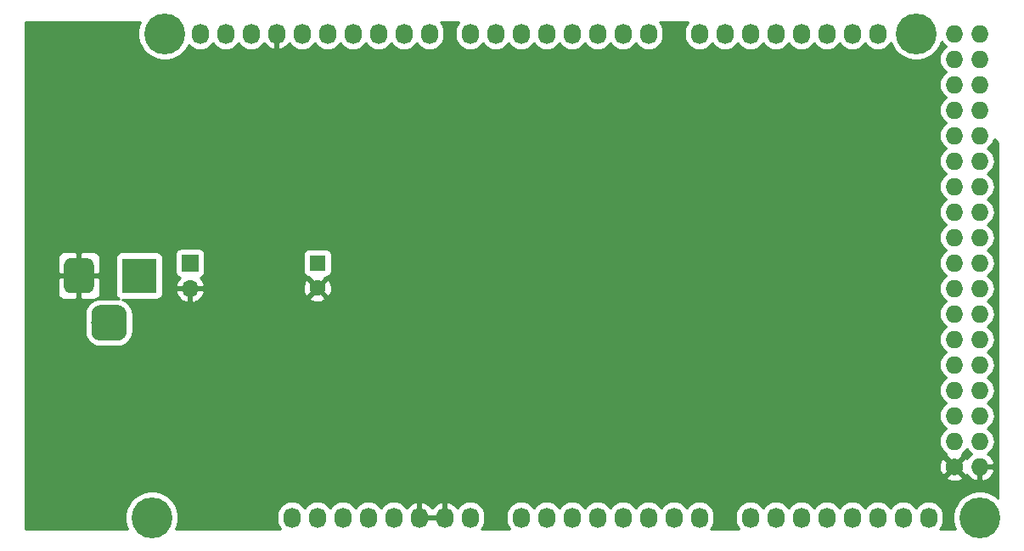
<source format=gbl>
G04 #@! TF.GenerationSoftware,KiCad,Pcbnew,(5.1.2-1)-1*
G04 #@! TF.CreationDate,2019-07-30T03:04:29+09:00*
G04 #@! TF.ProjectId,base-shield,62617365-2d73-4686-9965-6c642e6b6963,rev?*
G04 #@! TF.SameCoordinates,PX6296c50PY74079d0*
G04 #@! TF.FileFunction,Copper,L2,Bot*
G04 #@! TF.FilePolarity,Positive*
%FSLAX46Y46*%
G04 Gerber Fmt 4.6, Leading zero omitted, Abs format (unit mm)*
G04 Created by KiCad (PCBNEW (5.1.2-1)-1) date 2019-07-30 03:04:29*
%MOMM*%
%LPD*%
G04 APERTURE LIST*
%ADD10C,1.727200*%
%ADD11O,1.727200X1.727200*%
%ADD12O,1.727200X2.032000*%
%ADD13C,4.064000*%
%ADD14R,1.600000X1.600000*%
%ADD15C,1.600000*%
%ADD16R,3.500000X3.500000*%
%ADD17C,0.100000*%
%ADD18C,3.000000*%
%ADD19C,3.500000*%
%ADD20R,1.700000X1.700000*%
%ADD21O,1.700000X1.700000*%
%ADD22C,0.254000*%
G04 APERTURE END LIST*
D10*
X93980000Y7620000D03*
D11*
X96520000Y7620000D03*
X93980000Y10160000D03*
X96520000Y10160000D03*
X93980000Y12700000D03*
X96520000Y12700000D03*
X93980000Y15240000D03*
X96520000Y15240000D03*
X93980000Y17780000D03*
X96520000Y17780000D03*
X93980000Y20320000D03*
X96520000Y20320000D03*
X93980000Y22860000D03*
X96520000Y22860000D03*
X93980000Y25400000D03*
X96520000Y25400000D03*
X93980000Y27940000D03*
X96520000Y27940000D03*
X93980000Y30480000D03*
X96520000Y30480000D03*
X93980000Y33020000D03*
X96520000Y33020000D03*
X93980000Y35560000D03*
X96520000Y35560000D03*
X93980000Y38100000D03*
X96520000Y38100000D03*
X93980000Y40640000D03*
X96520000Y40640000D03*
X93980000Y43180000D03*
X96520000Y43180000D03*
X93980000Y45720000D03*
X96520000Y45720000D03*
X93980000Y48260000D03*
X96520000Y48260000D03*
X93980000Y50800000D03*
X96520000Y50800000D03*
D12*
X27940000Y2540000D03*
X30480000Y2540000D03*
X33020000Y2540000D03*
X35560000Y2540000D03*
X38100000Y2540000D03*
X40640000Y2540000D03*
X43180000Y2540000D03*
X45720000Y2540000D03*
X50800000Y2540000D03*
X53340000Y2540000D03*
X55880000Y2540000D03*
X58420000Y2540000D03*
X60960000Y2540000D03*
X63500000Y2540000D03*
X66040000Y2540000D03*
X68580000Y2540000D03*
X73660000Y2540000D03*
X76200000Y2540000D03*
X78740000Y2540000D03*
X81280000Y2540000D03*
X83820000Y2540000D03*
X86360000Y2540000D03*
X88900000Y2540000D03*
X91440000Y2540000D03*
X18796000Y50800000D03*
X21336000Y50800000D03*
X23876000Y50800000D03*
X26416000Y50800000D03*
X28956000Y50800000D03*
X31496000Y50800000D03*
X34036000Y50800000D03*
X36576000Y50800000D03*
X39116000Y50800000D03*
X41656000Y50800000D03*
X45720000Y50800000D03*
X48260000Y50800000D03*
X50800000Y50800000D03*
X53340000Y50800000D03*
X55880000Y50800000D03*
X58420000Y50800000D03*
X60960000Y50800000D03*
X63500000Y50800000D03*
X68580000Y50800000D03*
X71120000Y50800000D03*
X73660000Y50800000D03*
X76200000Y50800000D03*
X78740000Y50800000D03*
X81280000Y50800000D03*
X83820000Y50800000D03*
X86360000Y50800000D03*
D13*
X13970000Y2540000D03*
X96520000Y2540000D03*
X15240000Y50800000D03*
X90170000Y50800000D03*
D14*
X30480000Y27940000D03*
D15*
X30480000Y25440000D03*
D16*
X12700000Y26670000D03*
D17*
G36*
X7523513Y28416389D02*
G01*
X7596318Y28405589D01*
X7667714Y28387705D01*
X7737013Y28362910D01*
X7803548Y28331441D01*
X7866678Y28293602D01*
X7925795Y28249758D01*
X7980330Y28200330D01*
X8029758Y28145795D01*
X8073602Y28086678D01*
X8111441Y28023548D01*
X8142910Y27957013D01*
X8167705Y27887714D01*
X8185589Y27816318D01*
X8196389Y27743513D01*
X8200000Y27670000D01*
X8200000Y25670000D01*
X8196389Y25596487D01*
X8185589Y25523682D01*
X8167705Y25452286D01*
X8142910Y25382987D01*
X8111441Y25316452D01*
X8073602Y25253322D01*
X8029758Y25194205D01*
X7980330Y25139670D01*
X7925795Y25090242D01*
X7866678Y25046398D01*
X7803548Y25008559D01*
X7737013Y24977090D01*
X7667714Y24952295D01*
X7596318Y24934411D01*
X7523513Y24923611D01*
X7450000Y24920000D01*
X5950000Y24920000D01*
X5876487Y24923611D01*
X5803682Y24934411D01*
X5732286Y24952295D01*
X5662987Y24977090D01*
X5596452Y25008559D01*
X5533322Y25046398D01*
X5474205Y25090242D01*
X5419670Y25139670D01*
X5370242Y25194205D01*
X5326398Y25253322D01*
X5288559Y25316452D01*
X5257090Y25382987D01*
X5232295Y25452286D01*
X5214411Y25523682D01*
X5203611Y25596487D01*
X5200000Y25670000D01*
X5200000Y27670000D01*
X5203611Y27743513D01*
X5214411Y27816318D01*
X5232295Y27887714D01*
X5257090Y27957013D01*
X5288559Y28023548D01*
X5326398Y28086678D01*
X5370242Y28145795D01*
X5419670Y28200330D01*
X5474205Y28249758D01*
X5533322Y28293602D01*
X5596452Y28331441D01*
X5662987Y28362910D01*
X5732286Y28387705D01*
X5803682Y28405589D01*
X5876487Y28416389D01*
X5950000Y28420000D01*
X7450000Y28420000D01*
X7523513Y28416389D01*
X7523513Y28416389D01*
G37*
D18*
X6700000Y26670000D03*
D17*
G36*
X10660765Y23715787D02*
G01*
X10745704Y23703187D01*
X10828999Y23682323D01*
X10909848Y23653395D01*
X10987472Y23616681D01*
X11061124Y23572536D01*
X11130094Y23521384D01*
X11193718Y23463718D01*
X11251384Y23400094D01*
X11302536Y23331124D01*
X11346681Y23257472D01*
X11383395Y23179848D01*
X11412323Y23098999D01*
X11433187Y23015704D01*
X11445787Y22930765D01*
X11450000Y22845000D01*
X11450000Y21095000D01*
X11445787Y21009235D01*
X11433187Y20924296D01*
X11412323Y20841001D01*
X11383395Y20760152D01*
X11346681Y20682528D01*
X11302536Y20608876D01*
X11251384Y20539906D01*
X11193718Y20476282D01*
X11130094Y20418616D01*
X11061124Y20367464D01*
X10987472Y20323319D01*
X10909848Y20286605D01*
X10828999Y20257677D01*
X10745704Y20236813D01*
X10660765Y20224213D01*
X10575000Y20220000D01*
X8825000Y20220000D01*
X8739235Y20224213D01*
X8654296Y20236813D01*
X8571001Y20257677D01*
X8490152Y20286605D01*
X8412528Y20323319D01*
X8338876Y20367464D01*
X8269906Y20418616D01*
X8206282Y20476282D01*
X8148616Y20539906D01*
X8097464Y20608876D01*
X8053319Y20682528D01*
X8016605Y20760152D01*
X7987677Y20841001D01*
X7966813Y20924296D01*
X7954213Y21009235D01*
X7950000Y21095000D01*
X7950000Y22845000D01*
X7954213Y22930765D01*
X7966813Y23015704D01*
X7987677Y23098999D01*
X8016605Y23179848D01*
X8053319Y23257472D01*
X8097464Y23331124D01*
X8148616Y23400094D01*
X8206282Y23463718D01*
X8269906Y23521384D01*
X8338876Y23572536D01*
X8412528Y23616681D01*
X8490152Y23653395D01*
X8571001Y23682323D01*
X8654296Y23703187D01*
X8739235Y23715787D01*
X8825000Y23720000D01*
X10575000Y23720000D01*
X10660765Y23715787D01*
X10660765Y23715787D01*
G37*
D19*
X9700000Y21970000D03*
D20*
X17780000Y27940000D03*
D21*
X17780000Y25400000D03*
D22*
G36*
X12675492Y51577935D02*
G01*
X12573000Y51062677D01*
X12573000Y50537323D01*
X12675492Y50022065D01*
X12876536Y49536702D01*
X13168406Y49099887D01*
X13539887Y48728406D01*
X13976702Y48436536D01*
X14462065Y48235492D01*
X14977323Y48133000D01*
X15502677Y48133000D01*
X16017935Y48235492D01*
X16503298Y48436536D01*
X16940113Y48728406D01*
X17311594Y49099887D01*
X17603464Y49536702D01*
X17659001Y49670781D01*
X17731203Y49582803D01*
X17959395Y49395531D01*
X18219737Y49256375D01*
X18502224Y49170684D01*
X18796000Y49141749D01*
X19089777Y49170684D01*
X19372264Y49256375D01*
X19632606Y49395531D01*
X19860797Y49582803D01*
X20048069Y49810994D01*
X20066000Y49844541D01*
X20083931Y49810994D01*
X20271203Y49582803D01*
X20499395Y49395531D01*
X20759737Y49256375D01*
X21042224Y49170684D01*
X21336000Y49141749D01*
X21629777Y49170684D01*
X21912264Y49256375D01*
X22172606Y49395531D01*
X22400797Y49582803D01*
X22588069Y49810994D01*
X22606000Y49844541D01*
X22623931Y49810994D01*
X22811203Y49582803D01*
X23039395Y49395531D01*
X23299737Y49256375D01*
X23582224Y49170684D01*
X23876000Y49141749D01*
X24169777Y49170684D01*
X24452264Y49256375D01*
X24712606Y49395531D01*
X24940797Y49582803D01*
X25128069Y49810994D01*
X25149424Y49850947D01*
X25297514Y49648271D01*
X25513965Y49449267D01*
X25765081Y49296314D01*
X26041211Y49195291D01*
X26056974Y49192642D01*
X26289000Y49313783D01*
X26289000Y50673000D01*
X26269000Y50673000D01*
X26269000Y50927000D01*
X26289000Y50927000D01*
X26289000Y50947000D01*
X26543000Y50947000D01*
X26543000Y50927000D01*
X26563000Y50927000D01*
X26563000Y50673000D01*
X26543000Y50673000D01*
X26543000Y49313783D01*
X26775026Y49192642D01*
X26790789Y49195291D01*
X27066919Y49296314D01*
X27318035Y49449267D01*
X27534486Y49648271D01*
X27682576Y49850947D01*
X27703931Y49810994D01*
X27891203Y49582803D01*
X28119395Y49395531D01*
X28379737Y49256375D01*
X28662224Y49170684D01*
X28956000Y49141749D01*
X29249777Y49170684D01*
X29532264Y49256375D01*
X29792606Y49395531D01*
X30020797Y49582803D01*
X30208069Y49810994D01*
X30226000Y49844541D01*
X30243931Y49810994D01*
X30431203Y49582803D01*
X30659395Y49395531D01*
X30919737Y49256375D01*
X31202224Y49170684D01*
X31496000Y49141749D01*
X31789777Y49170684D01*
X32072264Y49256375D01*
X32332606Y49395531D01*
X32560797Y49582803D01*
X32748069Y49810994D01*
X32766000Y49844541D01*
X32783931Y49810994D01*
X32971203Y49582803D01*
X33199395Y49395531D01*
X33459737Y49256375D01*
X33742224Y49170684D01*
X34036000Y49141749D01*
X34329777Y49170684D01*
X34612264Y49256375D01*
X34872606Y49395531D01*
X35100797Y49582803D01*
X35288069Y49810994D01*
X35306000Y49844541D01*
X35323931Y49810994D01*
X35511203Y49582803D01*
X35739395Y49395531D01*
X35999737Y49256375D01*
X36282224Y49170684D01*
X36576000Y49141749D01*
X36869777Y49170684D01*
X37152264Y49256375D01*
X37412606Y49395531D01*
X37640797Y49582803D01*
X37828069Y49810994D01*
X37846000Y49844541D01*
X37863931Y49810994D01*
X38051203Y49582803D01*
X38279395Y49395531D01*
X38539737Y49256375D01*
X38822224Y49170684D01*
X39116000Y49141749D01*
X39409777Y49170684D01*
X39692264Y49256375D01*
X39952606Y49395531D01*
X40180797Y49582803D01*
X40368069Y49810994D01*
X40386000Y49844541D01*
X40403931Y49810994D01*
X40591203Y49582803D01*
X40819395Y49395531D01*
X41079737Y49256375D01*
X41362224Y49170684D01*
X41656000Y49141749D01*
X41949777Y49170684D01*
X42232264Y49256375D01*
X42492606Y49395531D01*
X42720797Y49582803D01*
X42908069Y49810994D01*
X43047225Y50071337D01*
X43132916Y50353824D01*
X43154600Y50573982D01*
X43154600Y51026019D01*
X43132916Y51246177D01*
X43047225Y51528664D01*
X42908069Y51789006D01*
X42781689Y51943000D01*
X44594311Y51943000D01*
X44467931Y51789005D01*
X44328775Y51528663D01*
X44243084Y51246176D01*
X44221400Y51026018D01*
X44221400Y50573981D01*
X44243084Y50353823D01*
X44328775Y50071336D01*
X44467931Y49810994D01*
X44655203Y49582803D01*
X44883395Y49395531D01*
X45143737Y49256375D01*
X45426224Y49170684D01*
X45720000Y49141749D01*
X46013777Y49170684D01*
X46296264Y49256375D01*
X46556606Y49395531D01*
X46784797Y49582803D01*
X46972069Y49810994D01*
X46990000Y49844541D01*
X47007931Y49810994D01*
X47195203Y49582803D01*
X47423395Y49395531D01*
X47683737Y49256375D01*
X47966224Y49170684D01*
X48260000Y49141749D01*
X48553777Y49170684D01*
X48836264Y49256375D01*
X49096606Y49395531D01*
X49324797Y49582803D01*
X49512069Y49810994D01*
X49530000Y49844541D01*
X49547931Y49810994D01*
X49735203Y49582803D01*
X49963395Y49395531D01*
X50223737Y49256375D01*
X50506224Y49170684D01*
X50800000Y49141749D01*
X51093777Y49170684D01*
X51376264Y49256375D01*
X51636606Y49395531D01*
X51864797Y49582803D01*
X52052069Y49810994D01*
X52070000Y49844541D01*
X52087931Y49810994D01*
X52275203Y49582803D01*
X52503395Y49395531D01*
X52763737Y49256375D01*
X53046224Y49170684D01*
X53340000Y49141749D01*
X53633777Y49170684D01*
X53916264Y49256375D01*
X54176606Y49395531D01*
X54404797Y49582803D01*
X54592069Y49810994D01*
X54610000Y49844541D01*
X54627931Y49810994D01*
X54815203Y49582803D01*
X55043395Y49395531D01*
X55303737Y49256375D01*
X55586224Y49170684D01*
X55880000Y49141749D01*
X56173777Y49170684D01*
X56456264Y49256375D01*
X56716606Y49395531D01*
X56944797Y49582803D01*
X57132069Y49810994D01*
X57150000Y49844541D01*
X57167931Y49810994D01*
X57355203Y49582803D01*
X57583395Y49395531D01*
X57843737Y49256375D01*
X58126224Y49170684D01*
X58420000Y49141749D01*
X58713777Y49170684D01*
X58996264Y49256375D01*
X59256606Y49395531D01*
X59484797Y49582803D01*
X59672069Y49810994D01*
X59690000Y49844541D01*
X59707931Y49810994D01*
X59895203Y49582803D01*
X60123395Y49395531D01*
X60383737Y49256375D01*
X60666224Y49170684D01*
X60960000Y49141749D01*
X61253777Y49170684D01*
X61536264Y49256375D01*
X61796606Y49395531D01*
X62024797Y49582803D01*
X62212069Y49810994D01*
X62230000Y49844541D01*
X62247931Y49810994D01*
X62435203Y49582803D01*
X62663395Y49395531D01*
X62923737Y49256375D01*
X63206224Y49170684D01*
X63500000Y49141749D01*
X63793777Y49170684D01*
X64076264Y49256375D01*
X64336606Y49395531D01*
X64564797Y49582803D01*
X64752069Y49810994D01*
X64891225Y50071337D01*
X64976916Y50353824D01*
X64998600Y50573982D01*
X64998600Y51026019D01*
X64976916Y51246177D01*
X64891225Y51528664D01*
X64752069Y51789006D01*
X64625689Y51943000D01*
X67454311Y51943000D01*
X67327931Y51789005D01*
X67188775Y51528663D01*
X67103084Y51246176D01*
X67081400Y51026018D01*
X67081400Y50573981D01*
X67103084Y50353823D01*
X67188775Y50071336D01*
X67327931Y49810994D01*
X67515203Y49582803D01*
X67743395Y49395531D01*
X68003737Y49256375D01*
X68286224Y49170684D01*
X68580000Y49141749D01*
X68873777Y49170684D01*
X69156264Y49256375D01*
X69416606Y49395531D01*
X69644797Y49582803D01*
X69832069Y49810994D01*
X69850000Y49844541D01*
X69867931Y49810994D01*
X70055203Y49582803D01*
X70283395Y49395531D01*
X70543737Y49256375D01*
X70826224Y49170684D01*
X71120000Y49141749D01*
X71413777Y49170684D01*
X71696264Y49256375D01*
X71956606Y49395531D01*
X72184797Y49582803D01*
X72372069Y49810994D01*
X72390000Y49844541D01*
X72407931Y49810994D01*
X72595203Y49582803D01*
X72823395Y49395531D01*
X73083737Y49256375D01*
X73366224Y49170684D01*
X73660000Y49141749D01*
X73953777Y49170684D01*
X74236264Y49256375D01*
X74496606Y49395531D01*
X74724797Y49582803D01*
X74912069Y49810994D01*
X74930000Y49844541D01*
X74947931Y49810994D01*
X75135203Y49582803D01*
X75363395Y49395531D01*
X75623737Y49256375D01*
X75906224Y49170684D01*
X76200000Y49141749D01*
X76493777Y49170684D01*
X76776264Y49256375D01*
X77036606Y49395531D01*
X77264797Y49582803D01*
X77452069Y49810994D01*
X77470000Y49844541D01*
X77487931Y49810994D01*
X77675203Y49582803D01*
X77903395Y49395531D01*
X78163737Y49256375D01*
X78446224Y49170684D01*
X78740000Y49141749D01*
X79033777Y49170684D01*
X79316264Y49256375D01*
X79576606Y49395531D01*
X79804797Y49582803D01*
X79992069Y49810994D01*
X80010000Y49844541D01*
X80027931Y49810994D01*
X80215203Y49582803D01*
X80443395Y49395531D01*
X80703737Y49256375D01*
X80986224Y49170684D01*
X81280000Y49141749D01*
X81573777Y49170684D01*
X81856264Y49256375D01*
X82116606Y49395531D01*
X82344797Y49582803D01*
X82532069Y49810994D01*
X82550000Y49844541D01*
X82567931Y49810994D01*
X82755203Y49582803D01*
X82983395Y49395531D01*
X83243737Y49256375D01*
X83526224Y49170684D01*
X83820000Y49141749D01*
X84113777Y49170684D01*
X84396264Y49256375D01*
X84656606Y49395531D01*
X84884797Y49582803D01*
X85072069Y49810994D01*
X85090000Y49844541D01*
X85107931Y49810994D01*
X85295203Y49582803D01*
X85523395Y49395531D01*
X85783737Y49256375D01*
X86066224Y49170684D01*
X86360000Y49141749D01*
X86653777Y49170684D01*
X86936264Y49256375D01*
X87196606Y49395531D01*
X87424797Y49582803D01*
X87612069Y49810994D01*
X87657621Y49896215D01*
X87806536Y49536702D01*
X88098406Y49099887D01*
X88469887Y48728406D01*
X88906702Y48436536D01*
X89392065Y48235492D01*
X89907323Y48133000D01*
X90432677Y48133000D01*
X90947935Y48235492D01*
X91433298Y48436536D01*
X91870113Y48728406D01*
X92241594Y49099887D01*
X92533464Y49536702D01*
X92717945Y49982077D01*
X92727931Y49963394D01*
X92915203Y49735203D01*
X93143394Y49547931D01*
X93176940Y49530000D01*
X93143394Y49512069D01*
X92915203Y49324797D01*
X92727931Y49096606D01*
X92588775Y48836264D01*
X92503084Y48553777D01*
X92474149Y48260000D01*
X92503084Y47966223D01*
X92588775Y47683736D01*
X92727931Y47423394D01*
X92915203Y47195203D01*
X93143394Y47007931D01*
X93176940Y46990000D01*
X93143394Y46972069D01*
X92915203Y46784797D01*
X92727931Y46556606D01*
X92588775Y46296264D01*
X92503084Y46013777D01*
X92474149Y45720000D01*
X92503084Y45426223D01*
X92588775Y45143736D01*
X92727931Y44883394D01*
X92915203Y44655203D01*
X93143394Y44467931D01*
X93176940Y44450000D01*
X93143394Y44432069D01*
X92915203Y44244797D01*
X92727931Y44016606D01*
X92588775Y43756264D01*
X92503084Y43473777D01*
X92474149Y43180000D01*
X92503084Y42886223D01*
X92588775Y42603736D01*
X92727931Y42343394D01*
X92915203Y42115203D01*
X93143394Y41927931D01*
X93176940Y41910000D01*
X93143394Y41892069D01*
X92915203Y41704797D01*
X92727931Y41476606D01*
X92588775Y41216264D01*
X92503084Y40933777D01*
X92474149Y40640000D01*
X92503084Y40346223D01*
X92588775Y40063736D01*
X92727931Y39803394D01*
X92915203Y39575203D01*
X93143394Y39387931D01*
X93176940Y39370000D01*
X93143394Y39352069D01*
X92915203Y39164797D01*
X92727931Y38936606D01*
X92588775Y38676264D01*
X92503084Y38393777D01*
X92474149Y38100000D01*
X92503084Y37806223D01*
X92588775Y37523736D01*
X92727931Y37263394D01*
X92915203Y37035203D01*
X93143394Y36847931D01*
X93176940Y36830000D01*
X93143394Y36812069D01*
X92915203Y36624797D01*
X92727931Y36396606D01*
X92588775Y36136264D01*
X92503084Y35853777D01*
X92474149Y35560000D01*
X92503084Y35266223D01*
X92588775Y34983736D01*
X92727931Y34723394D01*
X92915203Y34495203D01*
X93143394Y34307931D01*
X93176940Y34290000D01*
X93143394Y34272069D01*
X92915203Y34084797D01*
X92727931Y33856606D01*
X92588775Y33596264D01*
X92503084Y33313777D01*
X92474149Y33020000D01*
X92503084Y32726223D01*
X92588775Y32443736D01*
X92727931Y32183394D01*
X92915203Y31955203D01*
X93143394Y31767931D01*
X93176940Y31750000D01*
X93143394Y31732069D01*
X92915203Y31544797D01*
X92727931Y31316606D01*
X92588775Y31056264D01*
X92503084Y30773777D01*
X92474149Y30480000D01*
X92503084Y30186223D01*
X92588775Y29903736D01*
X92727931Y29643394D01*
X92915203Y29415203D01*
X93143394Y29227931D01*
X93176940Y29210000D01*
X93143394Y29192069D01*
X92915203Y29004797D01*
X92727931Y28776606D01*
X92588775Y28516264D01*
X92503084Y28233777D01*
X92474149Y27940000D01*
X92503084Y27646223D01*
X92588775Y27363736D01*
X92727931Y27103394D01*
X92915203Y26875203D01*
X93143394Y26687931D01*
X93176940Y26670000D01*
X93143394Y26652069D01*
X92915203Y26464797D01*
X92727931Y26236606D01*
X92588775Y25976264D01*
X92503084Y25693777D01*
X92474149Y25400000D01*
X92503084Y25106223D01*
X92588775Y24823736D01*
X92727931Y24563394D01*
X92915203Y24335203D01*
X93143394Y24147931D01*
X93176940Y24130000D01*
X93143394Y24112069D01*
X92915203Y23924797D01*
X92727931Y23696606D01*
X92588775Y23436264D01*
X92503084Y23153777D01*
X92474149Y22860000D01*
X92503084Y22566223D01*
X92588775Y22283736D01*
X92727931Y22023394D01*
X92915203Y21795203D01*
X93143394Y21607931D01*
X93176940Y21590000D01*
X93143394Y21572069D01*
X92915203Y21384797D01*
X92727931Y21156606D01*
X92588775Y20896264D01*
X92503084Y20613777D01*
X92474149Y20320000D01*
X92503084Y20026223D01*
X92588775Y19743736D01*
X92727931Y19483394D01*
X92915203Y19255203D01*
X93143394Y19067931D01*
X93176940Y19050000D01*
X93143394Y19032069D01*
X92915203Y18844797D01*
X92727931Y18616606D01*
X92588775Y18356264D01*
X92503084Y18073777D01*
X92474149Y17780000D01*
X92503084Y17486223D01*
X92588775Y17203736D01*
X92727931Y16943394D01*
X92915203Y16715203D01*
X93143394Y16527931D01*
X93176940Y16510000D01*
X93143394Y16492069D01*
X92915203Y16304797D01*
X92727931Y16076606D01*
X92588775Y15816264D01*
X92503084Y15533777D01*
X92474149Y15240000D01*
X92503084Y14946223D01*
X92588775Y14663736D01*
X92727931Y14403394D01*
X92915203Y14175203D01*
X93143394Y13987931D01*
X93176940Y13970000D01*
X93143394Y13952069D01*
X92915203Y13764797D01*
X92727931Y13536606D01*
X92588775Y13276264D01*
X92503084Y12993777D01*
X92474149Y12700000D01*
X92503084Y12406223D01*
X92588775Y12123736D01*
X92727931Y11863394D01*
X92915203Y11635203D01*
X93143394Y11447931D01*
X93176940Y11430000D01*
X93143394Y11412069D01*
X92915203Y11224797D01*
X92727931Y10996606D01*
X92588775Y10736264D01*
X92503084Y10453777D01*
X92474149Y10160000D01*
X92503084Y9866223D01*
X92588775Y9583736D01*
X92727931Y9323394D01*
X92915203Y9095203D01*
X93143394Y8907931D01*
X93192305Y8881787D01*
X93121501Y8658104D01*
X93980000Y7799605D01*
X94838499Y8658104D01*
X94767695Y8881787D01*
X94816606Y8907931D01*
X95044797Y9095203D01*
X95232069Y9323394D01*
X95250000Y9356940D01*
X95267931Y9323394D01*
X95455203Y9095203D01*
X95683394Y8907931D01*
X95723433Y8886530D01*
X95509707Y8726854D01*
X95313183Y8508488D01*
X95251434Y8404641D01*
X95018104Y8478499D01*
X94159605Y7620000D01*
X95018104Y6761501D01*
X95251434Y6835359D01*
X95313183Y6731512D01*
X95509707Y6513146D01*
X95745056Y6337316D01*
X96010186Y6210778D01*
X96160974Y6165042D01*
X96393000Y6286183D01*
X96393000Y7493000D01*
X96647000Y7493000D01*
X96647000Y6286183D01*
X96879026Y6165042D01*
X97029814Y6210778D01*
X97294944Y6337316D01*
X97530293Y6513146D01*
X97726817Y6731512D01*
X97876964Y6984022D01*
X97974963Y7260973D01*
X97854464Y7493000D01*
X96647000Y7493000D01*
X96393000Y7493000D01*
X96373000Y7493000D01*
X96373000Y7747000D01*
X96393000Y7747000D01*
X96393000Y7767000D01*
X96647000Y7767000D01*
X96647000Y7747000D01*
X97854464Y7747000D01*
X97974963Y7979027D01*
X97876964Y8255978D01*
X97726817Y8508488D01*
X97530293Y8726854D01*
X97316567Y8886530D01*
X97356606Y8907931D01*
X97584797Y9095203D01*
X97772069Y9323394D01*
X97911225Y9583736D01*
X97996916Y9866223D01*
X98025851Y10160000D01*
X97996916Y10453777D01*
X97911225Y10736264D01*
X97772069Y10996606D01*
X97584797Y11224797D01*
X97356606Y11412069D01*
X97323060Y11430000D01*
X97356606Y11447931D01*
X97584797Y11635203D01*
X97772069Y11863394D01*
X97911225Y12123736D01*
X97996916Y12406223D01*
X98025851Y12700000D01*
X97996916Y12993777D01*
X97911225Y13276264D01*
X97772069Y13536606D01*
X97584797Y13764797D01*
X97356606Y13952069D01*
X97323060Y13970000D01*
X97356606Y13987931D01*
X97584797Y14175203D01*
X97772069Y14403394D01*
X97911225Y14663736D01*
X97996916Y14946223D01*
X98025851Y15240000D01*
X97996916Y15533777D01*
X97911225Y15816264D01*
X97772069Y16076606D01*
X97584797Y16304797D01*
X97356606Y16492069D01*
X97323060Y16510000D01*
X97356606Y16527931D01*
X97584797Y16715203D01*
X97772069Y16943394D01*
X97911225Y17203736D01*
X97996916Y17486223D01*
X98025851Y17780000D01*
X97996916Y18073777D01*
X97911225Y18356264D01*
X97772069Y18616606D01*
X97584797Y18844797D01*
X97356606Y19032069D01*
X97323060Y19050000D01*
X97356606Y19067931D01*
X97584797Y19255203D01*
X97772069Y19483394D01*
X97911225Y19743736D01*
X97996916Y20026223D01*
X98025851Y20320000D01*
X97996916Y20613777D01*
X97911225Y20896264D01*
X97772069Y21156606D01*
X97584797Y21384797D01*
X97356606Y21572069D01*
X97323060Y21590000D01*
X97356606Y21607931D01*
X97584797Y21795203D01*
X97772069Y22023394D01*
X97911225Y22283736D01*
X97996916Y22566223D01*
X98025851Y22860000D01*
X97996916Y23153777D01*
X97911225Y23436264D01*
X97772069Y23696606D01*
X97584797Y23924797D01*
X97356606Y24112069D01*
X97323060Y24130000D01*
X97356606Y24147931D01*
X97584797Y24335203D01*
X97772069Y24563394D01*
X97911225Y24823736D01*
X97996916Y25106223D01*
X98025851Y25400000D01*
X97996916Y25693777D01*
X97911225Y25976264D01*
X97772069Y26236606D01*
X97584797Y26464797D01*
X97356606Y26652069D01*
X97323060Y26670000D01*
X97356606Y26687931D01*
X97584797Y26875203D01*
X97772069Y27103394D01*
X97911225Y27363736D01*
X97996916Y27646223D01*
X98025851Y27940000D01*
X97996916Y28233777D01*
X97911225Y28516264D01*
X97772069Y28776606D01*
X97584797Y29004797D01*
X97356606Y29192069D01*
X97323060Y29210000D01*
X97356606Y29227931D01*
X97584797Y29415203D01*
X97772069Y29643394D01*
X97911225Y29903736D01*
X97996916Y30186223D01*
X98025851Y30480000D01*
X97996916Y30773777D01*
X97911225Y31056264D01*
X97772069Y31316606D01*
X97584797Y31544797D01*
X97356606Y31732069D01*
X97323060Y31750000D01*
X97356606Y31767931D01*
X97584797Y31955203D01*
X97772069Y32183394D01*
X97911225Y32443736D01*
X97996916Y32726223D01*
X98025851Y33020000D01*
X97996916Y33313777D01*
X97911225Y33596264D01*
X97772069Y33856606D01*
X97584797Y34084797D01*
X97356606Y34272069D01*
X97323060Y34290000D01*
X97356606Y34307931D01*
X97584797Y34495203D01*
X97772069Y34723394D01*
X97911225Y34983736D01*
X97996916Y35266223D01*
X98025851Y35560000D01*
X97996916Y35853777D01*
X97911225Y36136264D01*
X97772069Y36396606D01*
X97584797Y36624797D01*
X97356606Y36812069D01*
X97323060Y36830000D01*
X97356606Y36847931D01*
X97584797Y37035203D01*
X97772069Y37263394D01*
X97911225Y37523736D01*
X97996916Y37806223D01*
X98025851Y38100000D01*
X97996916Y38393777D01*
X97911225Y38676264D01*
X97772069Y38936606D01*
X97584797Y39164797D01*
X97356606Y39352069D01*
X97323060Y39370000D01*
X97356606Y39387931D01*
X97584797Y39575203D01*
X97772069Y39803394D01*
X97911225Y40063736D01*
X97975330Y40275064D01*
X98350000Y39900394D01*
X98350001Y4481706D01*
X98220113Y4611594D01*
X97783298Y4903464D01*
X97297935Y5104508D01*
X96782677Y5207000D01*
X96257323Y5207000D01*
X95742065Y5104508D01*
X95256702Y4903464D01*
X94819887Y4611594D01*
X94448406Y4240113D01*
X94156536Y3803298D01*
X93955492Y3317935D01*
X93853000Y2802677D01*
X93853000Y2277323D01*
X93955492Y1762065D01*
X94106707Y1397000D01*
X92565689Y1397000D01*
X92692069Y1550994D01*
X92831225Y1811337D01*
X92916916Y2093824D01*
X92938600Y2313982D01*
X92938600Y2766019D01*
X92916916Y2986177D01*
X92831225Y3268664D01*
X92692069Y3529006D01*
X92504797Y3757197D01*
X92276605Y3944469D01*
X92016263Y4083625D01*
X91733776Y4169316D01*
X91440000Y4198251D01*
X91146223Y4169316D01*
X90863736Y4083625D01*
X90603394Y3944469D01*
X90375203Y3757197D01*
X90187931Y3529005D01*
X90170000Y3495459D01*
X90152069Y3529006D01*
X89964797Y3757197D01*
X89736605Y3944469D01*
X89476263Y4083625D01*
X89193776Y4169316D01*
X88900000Y4198251D01*
X88606223Y4169316D01*
X88323736Y4083625D01*
X88063394Y3944469D01*
X87835203Y3757197D01*
X87647931Y3529005D01*
X87630000Y3495459D01*
X87612069Y3529006D01*
X87424797Y3757197D01*
X87196605Y3944469D01*
X86936263Y4083625D01*
X86653776Y4169316D01*
X86360000Y4198251D01*
X86066223Y4169316D01*
X85783736Y4083625D01*
X85523394Y3944469D01*
X85295203Y3757197D01*
X85107931Y3529005D01*
X85090000Y3495459D01*
X85072069Y3529006D01*
X84884797Y3757197D01*
X84656605Y3944469D01*
X84396263Y4083625D01*
X84113776Y4169316D01*
X83820000Y4198251D01*
X83526223Y4169316D01*
X83243736Y4083625D01*
X82983394Y3944469D01*
X82755203Y3757197D01*
X82567931Y3529005D01*
X82550000Y3495459D01*
X82532069Y3529006D01*
X82344797Y3757197D01*
X82116605Y3944469D01*
X81856263Y4083625D01*
X81573776Y4169316D01*
X81280000Y4198251D01*
X80986223Y4169316D01*
X80703736Y4083625D01*
X80443394Y3944469D01*
X80215203Y3757197D01*
X80027931Y3529005D01*
X80010000Y3495459D01*
X79992069Y3529006D01*
X79804797Y3757197D01*
X79576605Y3944469D01*
X79316263Y4083625D01*
X79033776Y4169316D01*
X78740000Y4198251D01*
X78446223Y4169316D01*
X78163736Y4083625D01*
X77903394Y3944469D01*
X77675203Y3757197D01*
X77487931Y3529005D01*
X77470000Y3495459D01*
X77452069Y3529006D01*
X77264797Y3757197D01*
X77036605Y3944469D01*
X76776263Y4083625D01*
X76493776Y4169316D01*
X76200000Y4198251D01*
X75906223Y4169316D01*
X75623736Y4083625D01*
X75363394Y3944469D01*
X75135203Y3757197D01*
X74947931Y3529005D01*
X74930000Y3495459D01*
X74912069Y3529006D01*
X74724797Y3757197D01*
X74496605Y3944469D01*
X74236263Y4083625D01*
X73953776Y4169316D01*
X73660000Y4198251D01*
X73366223Y4169316D01*
X73083736Y4083625D01*
X72823394Y3944469D01*
X72595203Y3757197D01*
X72407931Y3529005D01*
X72268775Y3268663D01*
X72183084Y2986176D01*
X72161400Y2766018D01*
X72161400Y2313981D01*
X72183084Y2093823D01*
X72268775Y1811336D01*
X72407931Y1550994D01*
X72534311Y1397000D01*
X69705689Y1397000D01*
X69832069Y1550994D01*
X69971225Y1811337D01*
X70056916Y2093824D01*
X70078600Y2313982D01*
X70078600Y2766019D01*
X70056916Y2986177D01*
X69971225Y3268664D01*
X69832069Y3529006D01*
X69644797Y3757197D01*
X69416605Y3944469D01*
X69156263Y4083625D01*
X68873776Y4169316D01*
X68580000Y4198251D01*
X68286223Y4169316D01*
X68003736Y4083625D01*
X67743394Y3944469D01*
X67515203Y3757197D01*
X67327931Y3529005D01*
X67310000Y3495459D01*
X67292069Y3529006D01*
X67104797Y3757197D01*
X66876605Y3944469D01*
X66616263Y4083625D01*
X66333776Y4169316D01*
X66040000Y4198251D01*
X65746223Y4169316D01*
X65463736Y4083625D01*
X65203394Y3944469D01*
X64975203Y3757197D01*
X64787931Y3529005D01*
X64770000Y3495459D01*
X64752069Y3529006D01*
X64564797Y3757197D01*
X64336605Y3944469D01*
X64076263Y4083625D01*
X63793776Y4169316D01*
X63500000Y4198251D01*
X63206223Y4169316D01*
X62923736Y4083625D01*
X62663394Y3944469D01*
X62435203Y3757197D01*
X62247931Y3529005D01*
X62230000Y3495459D01*
X62212069Y3529006D01*
X62024797Y3757197D01*
X61796605Y3944469D01*
X61536263Y4083625D01*
X61253776Y4169316D01*
X60960000Y4198251D01*
X60666223Y4169316D01*
X60383736Y4083625D01*
X60123394Y3944469D01*
X59895203Y3757197D01*
X59707931Y3529005D01*
X59690000Y3495459D01*
X59672069Y3529006D01*
X59484797Y3757197D01*
X59256605Y3944469D01*
X58996263Y4083625D01*
X58713776Y4169316D01*
X58420000Y4198251D01*
X58126223Y4169316D01*
X57843736Y4083625D01*
X57583394Y3944469D01*
X57355203Y3757197D01*
X57167931Y3529005D01*
X57150000Y3495459D01*
X57132069Y3529006D01*
X56944797Y3757197D01*
X56716605Y3944469D01*
X56456263Y4083625D01*
X56173776Y4169316D01*
X55880000Y4198251D01*
X55586223Y4169316D01*
X55303736Y4083625D01*
X55043394Y3944469D01*
X54815203Y3757197D01*
X54627931Y3529005D01*
X54610000Y3495459D01*
X54592069Y3529006D01*
X54404797Y3757197D01*
X54176605Y3944469D01*
X53916263Y4083625D01*
X53633776Y4169316D01*
X53340000Y4198251D01*
X53046223Y4169316D01*
X52763736Y4083625D01*
X52503394Y3944469D01*
X52275203Y3757197D01*
X52087931Y3529005D01*
X52070000Y3495459D01*
X52052069Y3529006D01*
X51864797Y3757197D01*
X51636605Y3944469D01*
X51376263Y4083625D01*
X51093776Y4169316D01*
X50800000Y4198251D01*
X50506223Y4169316D01*
X50223736Y4083625D01*
X49963394Y3944469D01*
X49735203Y3757197D01*
X49547931Y3529005D01*
X49408775Y3268663D01*
X49323084Y2986176D01*
X49301400Y2766018D01*
X49301400Y2313981D01*
X49323084Y2093823D01*
X49408775Y1811336D01*
X49547931Y1550994D01*
X49674311Y1397000D01*
X46845689Y1397000D01*
X46972069Y1550994D01*
X47111225Y1811337D01*
X47196916Y2093824D01*
X47218600Y2313982D01*
X47218600Y2766019D01*
X47196916Y2986177D01*
X47111225Y3268664D01*
X46972069Y3529006D01*
X46784797Y3757197D01*
X46556605Y3944469D01*
X46296263Y4083625D01*
X46013776Y4169316D01*
X45720000Y4198251D01*
X45426223Y4169316D01*
X45143736Y4083625D01*
X44883394Y3944469D01*
X44655203Y3757197D01*
X44467931Y3529005D01*
X44446576Y3489053D01*
X44298486Y3691729D01*
X44082035Y3890733D01*
X43830919Y4043686D01*
X43554789Y4144709D01*
X43539026Y4147358D01*
X43307000Y4026217D01*
X43307000Y2667000D01*
X43327000Y2667000D01*
X43327000Y2413000D01*
X43307000Y2413000D01*
X43307000Y2393000D01*
X43053000Y2393000D01*
X43053000Y2413000D01*
X40767000Y2413000D01*
X40767000Y2393000D01*
X40513000Y2393000D01*
X40513000Y2413000D01*
X40493000Y2413000D01*
X40493000Y2667000D01*
X40513000Y2667000D01*
X40513000Y4026217D01*
X40767000Y4026217D01*
X40767000Y2667000D01*
X43053000Y2667000D01*
X43053000Y4026217D01*
X42820974Y4147358D01*
X42805211Y4144709D01*
X42529081Y4043686D01*
X42277965Y3890733D01*
X42061514Y3691729D01*
X41910000Y3484367D01*
X41758486Y3691729D01*
X41542035Y3890733D01*
X41290919Y4043686D01*
X41014789Y4144709D01*
X40999026Y4147358D01*
X40767000Y4026217D01*
X40513000Y4026217D01*
X40280974Y4147358D01*
X40265211Y4144709D01*
X39989081Y4043686D01*
X39737965Y3890733D01*
X39521514Y3691729D01*
X39373424Y3489053D01*
X39352069Y3529006D01*
X39164797Y3757197D01*
X38936605Y3944469D01*
X38676263Y4083625D01*
X38393776Y4169316D01*
X38100000Y4198251D01*
X37806223Y4169316D01*
X37523736Y4083625D01*
X37263394Y3944469D01*
X37035203Y3757197D01*
X36847931Y3529005D01*
X36830000Y3495459D01*
X36812069Y3529006D01*
X36624797Y3757197D01*
X36396605Y3944469D01*
X36136263Y4083625D01*
X35853776Y4169316D01*
X35560000Y4198251D01*
X35266223Y4169316D01*
X34983736Y4083625D01*
X34723394Y3944469D01*
X34495203Y3757197D01*
X34307931Y3529005D01*
X34290000Y3495459D01*
X34272069Y3529006D01*
X34084797Y3757197D01*
X33856605Y3944469D01*
X33596263Y4083625D01*
X33313776Y4169316D01*
X33020000Y4198251D01*
X32726223Y4169316D01*
X32443736Y4083625D01*
X32183394Y3944469D01*
X31955203Y3757197D01*
X31767931Y3529005D01*
X31750000Y3495459D01*
X31732069Y3529006D01*
X31544797Y3757197D01*
X31316605Y3944469D01*
X31056263Y4083625D01*
X30773776Y4169316D01*
X30480000Y4198251D01*
X30186223Y4169316D01*
X29903736Y4083625D01*
X29643394Y3944469D01*
X29415203Y3757197D01*
X29227931Y3529005D01*
X29210000Y3495459D01*
X29192069Y3529006D01*
X29004797Y3757197D01*
X28776605Y3944469D01*
X28516263Y4083625D01*
X28233776Y4169316D01*
X27940000Y4198251D01*
X27646223Y4169316D01*
X27363736Y4083625D01*
X27103394Y3944469D01*
X26875203Y3757197D01*
X26687931Y3529005D01*
X26548775Y3268663D01*
X26463084Y2986176D01*
X26441400Y2766018D01*
X26441400Y2313981D01*
X26463084Y2093823D01*
X26548775Y1811336D01*
X26687931Y1550994D01*
X26814311Y1397000D01*
X16383293Y1397000D01*
X16534508Y1762065D01*
X16637000Y2277323D01*
X16637000Y2802677D01*
X16534508Y3317935D01*
X16333464Y3803298D01*
X16041594Y4240113D01*
X15670113Y4611594D01*
X15233298Y4903464D01*
X14747935Y5104508D01*
X14232677Y5207000D01*
X13707323Y5207000D01*
X13192065Y5104508D01*
X12706702Y4903464D01*
X12269887Y4611594D01*
X11898406Y4240113D01*
X11606536Y3803298D01*
X11405492Y3317935D01*
X11303000Y2802677D01*
X11303000Y2277323D01*
X11405492Y1762065D01*
X11556707Y1397000D01*
X1397000Y1397000D01*
X1397000Y6581896D01*
X93121501Y6581896D01*
X93200782Y6331433D01*
X93467141Y6204174D01*
X93753210Y6131325D01*
X94047993Y6115685D01*
X94340164Y6157855D01*
X94618493Y6256214D01*
X94759218Y6331433D01*
X94838499Y6581896D01*
X93980000Y7440395D01*
X93121501Y6581896D01*
X1397000Y6581896D01*
X1397000Y7552007D01*
X92475685Y7552007D01*
X92517855Y7259836D01*
X92616214Y6981507D01*
X92691433Y6840782D01*
X92941896Y6761501D01*
X93800395Y7620000D01*
X92941896Y8478499D01*
X92691433Y8399218D01*
X92564174Y8132859D01*
X92491325Y7846790D01*
X92475685Y7552007D01*
X1397000Y7552007D01*
X1397000Y22845000D01*
X7311928Y22845000D01*
X7311928Y21095000D01*
X7341001Y20799814D01*
X7427104Y20515972D01*
X7566927Y20254382D01*
X7755097Y20025097D01*
X7984382Y19836927D01*
X8245972Y19697104D01*
X8529814Y19611001D01*
X8825000Y19581928D01*
X10575000Y19581928D01*
X10870186Y19611001D01*
X11154028Y19697104D01*
X11415618Y19836927D01*
X11644903Y20025097D01*
X11833073Y20254382D01*
X11972896Y20515972D01*
X12058999Y20799814D01*
X12088072Y21095000D01*
X12088072Y22845000D01*
X12058999Y23140186D01*
X11972896Y23424028D01*
X11833073Y23685618D01*
X11644903Y23914903D01*
X11415618Y24103073D01*
X11154028Y24242896D01*
X11025357Y24281928D01*
X14450000Y24281928D01*
X14574482Y24294188D01*
X14694180Y24330498D01*
X14804494Y24389463D01*
X14901185Y24468815D01*
X14980537Y24565506D01*
X15039502Y24675820D01*
X15075812Y24795518D01*
X15088072Y24920000D01*
X15088072Y25043110D01*
X16338524Y25043110D01*
X16383175Y24895901D01*
X16508359Y24633080D01*
X16682412Y24399731D01*
X16898645Y24204822D01*
X17148748Y24055843D01*
X17423109Y23958519D01*
X17653000Y24079186D01*
X17653000Y25273000D01*
X17907000Y25273000D01*
X17907000Y24079186D01*
X18136891Y23958519D01*
X18411252Y24055843D01*
X18661355Y24204822D01*
X18877588Y24399731D01*
X18913067Y24447298D01*
X29666903Y24447298D01*
X29738486Y24203329D01*
X29993996Y24082429D01*
X30268184Y24013700D01*
X30550512Y23999783D01*
X30830130Y24041213D01*
X31096292Y24136397D01*
X31221514Y24203329D01*
X31293097Y24447298D01*
X30480000Y25260395D01*
X29666903Y24447298D01*
X18913067Y24447298D01*
X19051641Y24633080D01*
X19176825Y24895901D01*
X19221476Y25043110D01*
X19100155Y25273000D01*
X17907000Y25273000D01*
X17653000Y25273000D01*
X16459845Y25273000D01*
X16338524Y25043110D01*
X15088072Y25043110D01*
X15088072Y25369488D01*
X29039783Y25369488D01*
X29081213Y25089870D01*
X29176397Y24823708D01*
X29243329Y24698486D01*
X29487298Y24626903D01*
X30300395Y25440000D01*
X30659605Y25440000D01*
X31472702Y24626903D01*
X31716671Y24698486D01*
X31837571Y24953996D01*
X31906300Y25228184D01*
X31920217Y25510512D01*
X31878787Y25790130D01*
X31783603Y26056292D01*
X31716671Y26181514D01*
X31472702Y26253097D01*
X30659605Y25440000D01*
X30300395Y25440000D01*
X29487298Y26253097D01*
X29243329Y26181514D01*
X29122429Y25926004D01*
X29053700Y25651816D01*
X29039783Y25369488D01*
X15088072Y25369488D01*
X15088072Y28420000D01*
X15075812Y28544482D01*
X15039502Y28664180D01*
X14980537Y28774494D01*
X14967812Y28790000D01*
X16291928Y28790000D01*
X16291928Y27090000D01*
X16304188Y26965518D01*
X16340498Y26845820D01*
X16399463Y26735506D01*
X16478815Y26638815D01*
X16575506Y26559463D01*
X16685820Y26500498D01*
X16766466Y26476034D01*
X16682412Y26400269D01*
X16508359Y26166920D01*
X16383175Y25904099D01*
X16338524Y25756890D01*
X16459845Y25527000D01*
X17653000Y25527000D01*
X17653000Y25547000D01*
X17907000Y25547000D01*
X17907000Y25527000D01*
X19100155Y25527000D01*
X19221476Y25756890D01*
X19176825Y25904099D01*
X19051641Y26166920D01*
X18877588Y26400269D01*
X18793534Y26476034D01*
X18874180Y26500498D01*
X18984494Y26559463D01*
X19081185Y26638815D01*
X19160537Y26735506D01*
X19219502Y26845820D01*
X19255812Y26965518D01*
X19268072Y27090000D01*
X19268072Y28740000D01*
X29041928Y28740000D01*
X29041928Y27140000D01*
X29054188Y27015518D01*
X29090498Y26895820D01*
X29149463Y26785506D01*
X29228815Y26688815D01*
X29325506Y26609463D01*
X29435820Y26550498D01*
X29555518Y26514188D01*
X29680000Y26501928D01*
X29687215Y26501928D01*
X29666903Y26432702D01*
X30480000Y25619605D01*
X31293097Y26432702D01*
X31272785Y26501928D01*
X31280000Y26501928D01*
X31404482Y26514188D01*
X31524180Y26550498D01*
X31634494Y26609463D01*
X31731185Y26688815D01*
X31810537Y26785506D01*
X31869502Y26895820D01*
X31905812Y27015518D01*
X31918072Y27140000D01*
X31918072Y28740000D01*
X31905812Y28864482D01*
X31869502Y28984180D01*
X31810537Y29094494D01*
X31731185Y29191185D01*
X31634494Y29270537D01*
X31524180Y29329502D01*
X31404482Y29365812D01*
X31280000Y29378072D01*
X29680000Y29378072D01*
X29555518Y29365812D01*
X29435820Y29329502D01*
X29325506Y29270537D01*
X29228815Y29191185D01*
X29149463Y29094494D01*
X29090498Y28984180D01*
X29054188Y28864482D01*
X29041928Y28740000D01*
X19268072Y28740000D01*
X19268072Y28790000D01*
X19255812Y28914482D01*
X19219502Y29034180D01*
X19160537Y29144494D01*
X19081185Y29241185D01*
X18984494Y29320537D01*
X18874180Y29379502D01*
X18754482Y29415812D01*
X18630000Y29428072D01*
X16930000Y29428072D01*
X16805518Y29415812D01*
X16685820Y29379502D01*
X16575506Y29320537D01*
X16478815Y29241185D01*
X16399463Y29144494D01*
X16340498Y29034180D01*
X16304188Y28914482D01*
X16291928Y28790000D01*
X14967812Y28790000D01*
X14901185Y28871185D01*
X14804494Y28950537D01*
X14694180Y29009502D01*
X14574482Y29045812D01*
X14450000Y29058072D01*
X10950000Y29058072D01*
X10825518Y29045812D01*
X10705820Y29009502D01*
X10595506Y28950537D01*
X10498815Y28871185D01*
X10419463Y28774494D01*
X10360498Y28664180D01*
X10324188Y28544482D01*
X10311928Y28420000D01*
X10311928Y24920000D01*
X10324188Y24795518D01*
X10360498Y24675820D01*
X10419463Y24565506D01*
X10498815Y24468815D01*
X10595506Y24389463D01*
X10672131Y24348506D01*
X10575000Y24358072D01*
X8825000Y24358072D01*
X8529814Y24328999D01*
X8245972Y24242896D01*
X7984382Y24103073D01*
X7755097Y23914903D01*
X7566927Y23685618D01*
X7427104Y23424028D01*
X7341001Y23140186D01*
X7311928Y22845000D01*
X1397000Y22845000D01*
X1397000Y24920000D01*
X4561928Y24920000D01*
X4574188Y24795518D01*
X4610498Y24675820D01*
X4669463Y24565506D01*
X4748815Y24468815D01*
X4845506Y24389463D01*
X4955820Y24330498D01*
X5075518Y24294188D01*
X5200000Y24281928D01*
X6414250Y24285000D01*
X6573000Y24443750D01*
X6573000Y26543000D01*
X6827000Y26543000D01*
X6827000Y24443750D01*
X6985750Y24285000D01*
X8200000Y24281928D01*
X8324482Y24294188D01*
X8444180Y24330498D01*
X8554494Y24389463D01*
X8651185Y24468815D01*
X8730537Y24565506D01*
X8789502Y24675820D01*
X8825812Y24795518D01*
X8838072Y24920000D01*
X8835000Y26384250D01*
X8676250Y26543000D01*
X6827000Y26543000D01*
X6573000Y26543000D01*
X4723750Y26543000D01*
X4565000Y26384250D01*
X4561928Y24920000D01*
X1397000Y24920000D01*
X1397000Y28420000D01*
X4561928Y28420000D01*
X4565000Y26955750D01*
X4723750Y26797000D01*
X6573000Y26797000D01*
X6573000Y28896250D01*
X6827000Y28896250D01*
X6827000Y26797000D01*
X8676250Y26797000D01*
X8835000Y26955750D01*
X8838072Y28420000D01*
X8825812Y28544482D01*
X8789502Y28664180D01*
X8730537Y28774494D01*
X8651185Y28871185D01*
X8554494Y28950537D01*
X8444180Y29009502D01*
X8324482Y29045812D01*
X8200000Y29058072D01*
X6985750Y29055000D01*
X6827000Y28896250D01*
X6573000Y28896250D01*
X6414250Y29055000D01*
X5200000Y29058072D01*
X5075518Y29045812D01*
X4955820Y29009502D01*
X4845506Y28950537D01*
X4748815Y28871185D01*
X4669463Y28774494D01*
X4610498Y28664180D01*
X4574188Y28544482D01*
X4561928Y28420000D01*
X1397000Y28420000D01*
X1397000Y51943000D01*
X12826707Y51943000D01*
X12675492Y51577935D01*
X12675492Y51577935D01*
G37*
X12675492Y51577935D02*
X12573000Y51062677D01*
X12573000Y50537323D01*
X12675492Y50022065D01*
X12876536Y49536702D01*
X13168406Y49099887D01*
X13539887Y48728406D01*
X13976702Y48436536D01*
X14462065Y48235492D01*
X14977323Y48133000D01*
X15502677Y48133000D01*
X16017935Y48235492D01*
X16503298Y48436536D01*
X16940113Y48728406D01*
X17311594Y49099887D01*
X17603464Y49536702D01*
X17659001Y49670781D01*
X17731203Y49582803D01*
X17959395Y49395531D01*
X18219737Y49256375D01*
X18502224Y49170684D01*
X18796000Y49141749D01*
X19089777Y49170684D01*
X19372264Y49256375D01*
X19632606Y49395531D01*
X19860797Y49582803D01*
X20048069Y49810994D01*
X20066000Y49844541D01*
X20083931Y49810994D01*
X20271203Y49582803D01*
X20499395Y49395531D01*
X20759737Y49256375D01*
X21042224Y49170684D01*
X21336000Y49141749D01*
X21629777Y49170684D01*
X21912264Y49256375D01*
X22172606Y49395531D01*
X22400797Y49582803D01*
X22588069Y49810994D01*
X22606000Y49844541D01*
X22623931Y49810994D01*
X22811203Y49582803D01*
X23039395Y49395531D01*
X23299737Y49256375D01*
X23582224Y49170684D01*
X23876000Y49141749D01*
X24169777Y49170684D01*
X24452264Y49256375D01*
X24712606Y49395531D01*
X24940797Y49582803D01*
X25128069Y49810994D01*
X25149424Y49850947D01*
X25297514Y49648271D01*
X25513965Y49449267D01*
X25765081Y49296314D01*
X26041211Y49195291D01*
X26056974Y49192642D01*
X26289000Y49313783D01*
X26289000Y50673000D01*
X26269000Y50673000D01*
X26269000Y50927000D01*
X26289000Y50927000D01*
X26289000Y50947000D01*
X26543000Y50947000D01*
X26543000Y50927000D01*
X26563000Y50927000D01*
X26563000Y50673000D01*
X26543000Y50673000D01*
X26543000Y49313783D01*
X26775026Y49192642D01*
X26790789Y49195291D01*
X27066919Y49296314D01*
X27318035Y49449267D01*
X27534486Y49648271D01*
X27682576Y49850947D01*
X27703931Y49810994D01*
X27891203Y49582803D01*
X28119395Y49395531D01*
X28379737Y49256375D01*
X28662224Y49170684D01*
X28956000Y49141749D01*
X29249777Y49170684D01*
X29532264Y49256375D01*
X29792606Y49395531D01*
X30020797Y49582803D01*
X30208069Y49810994D01*
X30226000Y49844541D01*
X30243931Y49810994D01*
X30431203Y49582803D01*
X30659395Y49395531D01*
X30919737Y49256375D01*
X31202224Y49170684D01*
X31496000Y49141749D01*
X31789777Y49170684D01*
X32072264Y49256375D01*
X32332606Y49395531D01*
X32560797Y49582803D01*
X32748069Y49810994D01*
X32766000Y49844541D01*
X32783931Y49810994D01*
X32971203Y49582803D01*
X33199395Y49395531D01*
X33459737Y49256375D01*
X33742224Y49170684D01*
X34036000Y49141749D01*
X34329777Y49170684D01*
X34612264Y49256375D01*
X34872606Y49395531D01*
X35100797Y49582803D01*
X35288069Y49810994D01*
X35306000Y49844541D01*
X35323931Y49810994D01*
X35511203Y49582803D01*
X35739395Y49395531D01*
X35999737Y49256375D01*
X36282224Y49170684D01*
X36576000Y49141749D01*
X36869777Y49170684D01*
X37152264Y49256375D01*
X37412606Y49395531D01*
X37640797Y49582803D01*
X37828069Y49810994D01*
X37846000Y49844541D01*
X37863931Y49810994D01*
X38051203Y49582803D01*
X38279395Y49395531D01*
X38539737Y49256375D01*
X38822224Y49170684D01*
X39116000Y49141749D01*
X39409777Y49170684D01*
X39692264Y49256375D01*
X39952606Y49395531D01*
X40180797Y49582803D01*
X40368069Y49810994D01*
X40386000Y49844541D01*
X40403931Y49810994D01*
X40591203Y49582803D01*
X40819395Y49395531D01*
X41079737Y49256375D01*
X41362224Y49170684D01*
X41656000Y49141749D01*
X41949777Y49170684D01*
X42232264Y49256375D01*
X42492606Y49395531D01*
X42720797Y49582803D01*
X42908069Y49810994D01*
X43047225Y50071337D01*
X43132916Y50353824D01*
X43154600Y50573982D01*
X43154600Y51026019D01*
X43132916Y51246177D01*
X43047225Y51528664D01*
X42908069Y51789006D01*
X42781689Y51943000D01*
X44594311Y51943000D01*
X44467931Y51789005D01*
X44328775Y51528663D01*
X44243084Y51246176D01*
X44221400Y51026018D01*
X44221400Y50573981D01*
X44243084Y50353823D01*
X44328775Y50071336D01*
X44467931Y49810994D01*
X44655203Y49582803D01*
X44883395Y49395531D01*
X45143737Y49256375D01*
X45426224Y49170684D01*
X45720000Y49141749D01*
X46013777Y49170684D01*
X46296264Y49256375D01*
X46556606Y49395531D01*
X46784797Y49582803D01*
X46972069Y49810994D01*
X46990000Y49844541D01*
X47007931Y49810994D01*
X47195203Y49582803D01*
X47423395Y49395531D01*
X47683737Y49256375D01*
X47966224Y49170684D01*
X48260000Y49141749D01*
X48553777Y49170684D01*
X48836264Y49256375D01*
X49096606Y49395531D01*
X49324797Y49582803D01*
X49512069Y49810994D01*
X49530000Y49844541D01*
X49547931Y49810994D01*
X49735203Y49582803D01*
X49963395Y49395531D01*
X50223737Y49256375D01*
X50506224Y49170684D01*
X50800000Y49141749D01*
X51093777Y49170684D01*
X51376264Y49256375D01*
X51636606Y49395531D01*
X51864797Y49582803D01*
X52052069Y49810994D01*
X52070000Y49844541D01*
X52087931Y49810994D01*
X52275203Y49582803D01*
X52503395Y49395531D01*
X52763737Y49256375D01*
X53046224Y49170684D01*
X53340000Y49141749D01*
X53633777Y49170684D01*
X53916264Y49256375D01*
X54176606Y49395531D01*
X54404797Y49582803D01*
X54592069Y49810994D01*
X54610000Y49844541D01*
X54627931Y49810994D01*
X54815203Y49582803D01*
X55043395Y49395531D01*
X55303737Y49256375D01*
X55586224Y49170684D01*
X55880000Y49141749D01*
X56173777Y49170684D01*
X56456264Y49256375D01*
X56716606Y49395531D01*
X56944797Y49582803D01*
X57132069Y49810994D01*
X57150000Y49844541D01*
X57167931Y49810994D01*
X57355203Y49582803D01*
X57583395Y49395531D01*
X57843737Y49256375D01*
X58126224Y49170684D01*
X58420000Y49141749D01*
X58713777Y49170684D01*
X58996264Y49256375D01*
X59256606Y49395531D01*
X59484797Y49582803D01*
X59672069Y49810994D01*
X59690000Y49844541D01*
X59707931Y49810994D01*
X59895203Y49582803D01*
X60123395Y49395531D01*
X60383737Y49256375D01*
X60666224Y49170684D01*
X60960000Y49141749D01*
X61253777Y49170684D01*
X61536264Y49256375D01*
X61796606Y49395531D01*
X62024797Y49582803D01*
X62212069Y49810994D01*
X62230000Y49844541D01*
X62247931Y49810994D01*
X62435203Y49582803D01*
X62663395Y49395531D01*
X62923737Y49256375D01*
X63206224Y49170684D01*
X63500000Y49141749D01*
X63793777Y49170684D01*
X64076264Y49256375D01*
X64336606Y49395531D01*
X64564797Y49582803D01*
X64752069Y49810994D01*
X64891225Y50071337D01*
X64976916Y50353824D01*
X64998600Y50573982D01*
X64998600Y51026019D01*
X64976916Y51246177D01*
X64891225Y51528664D01*
X64752069Y51789006D01*
X64625689Y51943000D01*
X67454311Y51943000D01*
X67327931Y51789005D01*
X67188775Y51528663D01*
X67103084Y51246176D01*
X67081400Y51026018D01*
X67081400Y50573981D01*
X67103084Y50353823D01*
X67188775Y50071336D01*
X67327931Y49810994D01*
X67515203Y49582803D01*
X67743395Y49395531D01*
X68003737Y49256375D01*
X68286224Y49170684D01*
X68580000Y49141749D01*
X68873777Y49170684D01*
X69156264Y49256375D01*
X69416606Y49395531D01*
X69644797Y49582803D01*
X69832069Y49810994D01*
X69850000Y49844541D01*
X69867931Y49810994D01*
X70055203Y49582803D01*
X70283395Y49395531D01*
X70543737Y49256375D01*
X70826224Y49170684D01*
X71120000Y49141749D01*
X71413777Y49170684D01*
X71696264Y49256375D01*
X71956606Y49395531D01*
X72184797Y49582803D01*
X72372069Y49810994D01*
X72390000Y49844541D01*
X72407931Y49810994D01*
X72595203Y49582803D01*
X72823395Y49395531D01*
X73083737Y49256375D01*
X73366224Y49170684D01*
X73660000Y49141749D01*
X73953777Y49170684D01*
X74236264Y49256375D01*
X74496606Y49395531D01*
X74724797Y49582803D01*
X74912069Y49810994D01*
X74930000Y49844541D01*
X74947931Y49810994D01*
X75135203Y49582803D01*
X75363395Y49395531D01*
X75623737Y49256375D01*
X75906224Y49170684D01*
X76200000Y49141749D01*
X76493777Y49170684D01*
X76776264Y49256375D01*
X77036606Y49395531D01*
X77264797Y49582803D01*
X77452069Y49810994D01*
X77470000Y49844541D01*
X77487931Y49810994D01*
X77675203Y49582803D01*
X77903395Y49395531D01*
X78163737Y49256375D01*
X78446224Y49170684D01*
X78740000Y49141749D01*
X79033777Y49170684D01*
X79316264Y49256375D01*
X79576606Y49395531D01*
X79804797Y49582803D01*
X79992069Y49810994D01*
X80010000Y49844541D01*
X80027931Y49810994D01*
X80215203Y49582803D01*
X80443395Y49395531D01*
X80703737Y49256375D01*
X80986224Y49170684D01*
X81280000Y49141749D01*
X81573777Y49170684D01*
X81856264Y49256375D01*
X82116606Y49395531D01*
X82344797Y49582803D01*
X82532069Y49810994D01*
X82550000Y49844541D01*
X82567931Y49810994D01*
X82755203Y49582803D01*
X82983395Y49395531D01*
X83243737Y49256375D01*
X83526224Y49170684D01*
X83820000Y49141749D01*
X84113777Y49170684D01*
X84396264Y49256375D01*
X84656606Y49395531D01*
X84884797Y49582803D01*
X85072069Y49810994D01*
X85090000Y49844541D01*
X85107931Y49810994D01*
X85295203Y49582803D01*
X85523395Y49395531D01*
X85783737Y49256375D01*
X86066224Y49170684D01*
X86360000Y49141749D01*
X86653777Y49170684D01*
X86936264Y49256375D01*
X87196606Y49395531D01*
X87424797Y49582803D01*
X87612069Y49810994D01*
X87657621Y49896215D01*
X87806536Y49536702D01*
X88098406Y49099887D01*
X88469887Y48728406D01*
X88906702Y48436536D01*
X89392065Y48235492D01*
X89907323Y48133000D01*
X90432677Y48133000D01*
X90947935Y48235492D01*
X91433298Y48436536D01*
X91870113Y48728406D01*
X92241594Y49099887D01*
X92533464Y49536702D01*
X92717945Y49982077D01*
X92727931Y49963394D01*
X92915203Y49735203D01*
X93143394Y49547931D01*
X93176940Y49530000D01*
X93143394Y49512069D01*
X92915203Y49324797D01*
X92727931Y49096606D01*
X92588775Y48836264D01*
X92503084Y48553777D01*
X92474149Y48260000D01*
X92503084Y47966223D01*
X92588775Y47683736D01*
X92727931Y47423394D01*
X92915203Y47195203D01*
X93143394Y47007931D01*
X93176940Y46990000D01*
X93143394Y46972069D01*
X92915203Y46784797D01*
X92727931Y46556606D01*
X92588775Y46296264D01*
X92503084Y46013777D01*
X92474149Y45720000D01*
X92503084Y45426223D01*
X92588775Y45143736D01*
X92727931Y44883394D01*
X92915203Y44655203D01*
X93143394Y44467931D01*
X93176940Y44450000D01*
X93143394Y44432069D01*
X92915203Y44244797D01*
X92727931Y44016606D01*
X92588775Y43756264D01*
X92503084Y43473777D01*
X92474149Y43180000D01*
X92503084Y42886223D01*
X92588775Y42603736D01*
X92727931Y42343394D01*
X92915203Y42115203D01*
X93143394Y41927931D01*
X93176940Y41910000D01*
X93143394Y41892069D01*
X92915203Y41704797D01*
X92727931Y41476606D01*
X92588775Y41216264D01*
X92503084Y40933777D01*
X92474149Y40640000D01*
X92503084Y40346223D01*
X92588775Y40063736D01*
X92727931Y39803394D01*
X92915203Y39575203D01*
X93143394Y39387931D01*
X93176940Y39370000D01*
X93143394Y39352069D01*
X92915203Y39164797D01*
X92727931Y38936606D01*
X92588775Y38676264D01*
X92503084Y38393777D01*
X92474149Y38100000D01*
X92503084Y37806223D01*
X92588775Y37523736D01*
X92727931Y37263394D01*
X92915203Y37035203D01*
X93143394Y36847931D01*
X93176940Y36830000D01*
X93143394Y36812069D01*
X92915203Y36624797D01*
X92727931Y36396606D01*
X92588775Y36136264D01*
X92503084Y35853777D01*
X92474149Y35560000D01*
X92503084Y35266223D01*
X92588775Y34983736D01*
X92727931Y34723394D01*
X92915203Y34495203D01*
X93143394Y34307931D01*
X93176940Y34290000D01*
X93143394Y34272069D01*
X92915203Y34084797D01*
X92727931Y33856606D01*
X92588775Y33596264D01*
X92503084Y33313777D01*
X92474149Y33020000D01*
X92503084Y32726223D01*
X92588775Y32443736D01*
X92727931Y32183394D01*
X92915203Y31955203D01*
X93143394Y31767931D01*
X93176940Y31750000D01*
X93143394Y31732069D01*
X92915203Y31544797D01*
X92727931Y31316606D01*
X92588775Y31056264D01*
X92503084Y30773777D01*
X92474149Y30480000D01*
X92503084Y30186223D01*
X92588775Y29903736D01*
X92727931Y29643394D01*
X92915203Y29415203D01*
X93143394Y29227931D01*
X93176940Y29210000D01*
X93143394Y29192069D01*
X92915203Y29004797D01*
X92727931Y28776606D01*
X92588775Y28516264D01*
X92503084Y28233777D01*
X92474149Y27940000D01*
X92503084Y27646223D01*
X92588775Y27363736D01*
X92727931Y27103394D01*
X92915203Y26875203D01*
X93143394Y26687931D01*
X93176940Y26670000D01*
X93143394Y26652069D01*
X92915203Y26464797D01*
X92727931Y26236606D01*
X92588775Y25976264D01*
X92503084Y25693777D01*
X92474149Y25400000D01*
X92503084Y25106223D01*
X92588775Y24823736D01*
X92727931Y24563394D01*
X92915203Y24335203D01*
X93143394Y24147931D01*
X93176940Y24130000D01*
X93143394Y24112069D01*
X92915203Y23924797D01*
X92727931Y23696606D01*
X92588775Y23436264D01*
X92503084Y23153777D01*
X92474149Y22860000D01*
X92503084Y22566223D01*
X92588775Y22283736D01*
X92727931Y22023394D01*
X92915203Y21795203D01*
X93143394Y21607931D01*
X93176940Y21590000D01*
X93143394Y21572069D01*
X92915203Y21384797D01*
X92727931Y21156606D01*
X92588775Y20896264D01*
X92503084Y20613777D01*
X92474149Y20320000D01*
X92503084Y20026223D01*
X92588775Y19743736D01*
X92727931Y19483394D01*
X92915203Y19255203D01*
X93143394Y19067931D01*
X93176940Y19050000D01*
X93143394Y19032069D01*
X92915203Y18844797D01*
X92727931Y18616606D01*
X92588775Y18356264D01*
X92503084Y18073777D01*
X92474149Y17780000D01*
X92503084Y17486223D01*
X92588775Y17203736D01*
X92727931Y16943394D01*
X92915203Y16715203D01*
X93143394Y16527931D01*
X93176940Y16510000D01*
X93143394Y16492069D01*
X92915203Y16304797D01*
X92727931Y16076606D01*
X92588775Y15816264D01*
X92503084Y15533777D01*
X92474149Y15240000D01*
X92503084Y14946223D01*
X92588775Y14663736D01*
X92727931Y14403394D01*
X92915203Y14175203D01*
X93143394Y13987931D01*
X93176940Y13970000D01*
X93143394Y13952069D01*
X92915203Y13764797D01*
X92727931Y13536606D01*
X92588775Y13276264D01*
X92503084Y12993777D01*
X92474149Y12700000D01*
X92503084Y12406223D01*
X92588775Y12123736D01*
X92727931Y11863394D01*
X92915203Y11635203D01*
X93143394Y11447931D01*
X93176940Y11430000D01*
X93143394Y11412069D01*
X92915203Y11224797D01*
X92727931Y10996606D01*
X92588775Y10736264D01*
X92503084Y10453777D01*
X92474149Y10160000D01*
X92503084Y9866223D01*
X92588775Y9583736D01*
X92727931Y9323394D01*
X92915203Y9095203D01*
X93143394Y8907931D01*
X93192305Y8881787D01*
X93121501Y8658104D01*
X93980000Y7799605D01*
X94838499Y8658104D01*
X94767695Y8881787D01*
X94816606Y8907931D01*
X95044797Y9095203D01*
X95232069Y9323394D01*
X95250000Y9356940D01*
X95267931Y9323394D01*
X95455203Y9095203D01*
X95683394Y8907931D01*
X95723433Y8886530D01*
X95509707Y8726854D01*
X95313183Y8508488D01*
X95251434Y8404641D01*
X95018104Y8478499D01*
X94159605Y7620000D01*
X95018104Y6761501D01*
X95251434Y6835359D01*
X95313183Y6731512D01*
X95509707Y6513146D01*
X95745056Y6337316D01*
X96010186Y6210778D01*
X96160974Y6165042D01*
X96393000Y6286183D01*
X96393000Y7493000D01*
X96647000Y7493000D01*
X96647000Y6286183D01*
X96879026Y6165042D01*
X97029814Y6210778D01*
X97294944Y6337316D01*
X97530293Y6513146D01*
X97726817Y6731512D01*
X97876964Y6984022D01*
X97974963Y7260973D01*
X97854464Y7493000D01*
X96647000Y7493000D01*
X96393000Y7493000D01*
X96373000Y7493000D01*
X96373000Y7747000D01*
X96393000Y7747000D01*
X96393000Y7767000D01*
X96647000Y7767000D01*
X96647000Y7747000D01*
X97854464Y7747000D01*
X97974963Y7979027D01*
X97876964Y8255978D01*
X97726817Y8508488D01*
X97530293Y8726854D01*
X97316567Y8886530D01*
X97356606Y8907931D01*
X97584797Y9095203D01*
X97772069Y9323394D01*
X97911225Y9583736D01*
X97996916Y9866223D01*
X98025851Y10160000D01*
X97996916Y10453777D01*
X97911225Y10736264D01*
X97772069Y10996606D01*
X97584797Y11224797D01*
X97356606Y11412069D01*
X97323060Y11430000D01*
X97356606Y11447931D01*
X97584797Y11635203D01*
X97772069Y11863394D01*
X97911225Y12123736D01*
X97996916Y12406223D01*
X98025851Y12700000D01*
X97996916Y12993777D01*
X97911225Y13276264D01*
X97772069Y13536606D01*
X97584797Y13764797D01*
X97356606Y13952069D01*
X97323060Y13970000D01*
X97356606Y13987931D01*
X97584797Y14175203D01*
X97772069Y14403394D01*
X97911225Y14663736D01*
X97996916Y14946223D01*
X98025851Y15240000D01*
X97996916Y15533777D01*
X97911225Y15816264D01*
X97772069Y16076606D01*
X97584797Y16304797D01*
X97356606Y16492069D01*
X97323060Y16510000D01*
X97356606Y16527931D01*
X97584797Y16715203D01*
X97772069Y16943394D01*
X97911225Y17203736D01*
X97996916Y17486223D01*
X98025851Y17780000D01*
X97996916Y18073777D01*
X97911225Y18356264D01*
X97772069Y18616606D01*
X97584797Y18844797D01*
X97356606Y19032069D01*
X97323060Y19050000D01*
X97356606Y19067931D01*
X97584797Y19255203D01*
X97772069Y19483394D01*
X97911225Y19743736D01*
X97996916Y20026223D01*
X98025851Y20320000D01*
X97996916Y20613777D01*
X97911225Y20896264D01*
X97772069Y21156606D01*
X97584797Y21384797D01*
X97356606Y21572069D01*
X97323060Y21590000D01*
X97356606Y21607931D01*
X97584797Y21795203D01*
X97772069Y22023394D01*
X97911225Y22283736D01*
X97996916Y22566223D01*
X98025851Y22860000D01*
X97996916Y23153777D01*
X97911225Y23436264D01*
X97772069Y23696606D01*
X97584797Y23924797D01*
X97356606Y24112069D01*
X97323060Y24130000D01*
X97356606Y24147931D01*
X97584797Y24335203D01*
X97772069Y24563394D01*
X97911225Y24823736D01*
X97996916Y25106223D01*
X98025851Y25400000D01*
X97996916Y25693777D01*
X97911225Y25976264D01*
X97772069Y26236606D01*
X97584797Y26464797D01*
X97356606Y26652069D01*
X97323060Y26670000D01*
X97356606Y26687931D01*
X97584797Y26875203D01*
X97772069Y27103394D01*
X97911225Y27363736D01*
X97996916Y27646223D01*
X98025851Y27940000D01*
X97996916Y28233777D01*
X97911225Y28516264D01*
X97772069Y28776606D01*
X97584797Y29004797D01*
X97356606Y29192069D01*
X97323060Y29210000D01*
X97356606Y29227931D01*
X97584797Y29415203D01*
X97772069Y29643394D01*
X97911225Y29903736D01*
X97996916Y30186223D01*
X98025851Y30480000D01*
X97996916Y30773777D01*
X97911225Y31056264D01*
X97772069Y31316606D01*
X97584797Y31544797D01*
X97356606Y31732069D01*
X97323060Y31750000D01*
X97356606Y31767931D01*
X97584797Y31955203D01*
X97772069Y32183394D01*
X97911225Y32443736D01*
X97996916Y32726223D01*
X98025851Y33020000D01*
X97996916Y33313777D01*
X97911225Y33596264D01*
X97772069Y33856606D01*
X97584797Y34084797D01*
X97356606Y34272069D01*
X97323060Y34290000D01*
X97356606Y34307931D01*
X97584797Y34495203D01*
X97772069Y34723394D01*
X97911225Y34983736D01*
X97996916Y35266223D01*
X98025851Y35560000D01*
X97996916Y35853777D01*
X97911225Y36136264D01*
X97772069Y36396606D01*
X97584797Y36624797D01*
X97356606Y36812069D01*
X97323060Y36830000D01*
X97356606Y36847931D01*
X97584797Y37035203D01*
X97772069Y37263394D01*
X97911225Y37523736D01*
X97996916Y37806223D01*
X98025851Y38100000D01*
X97996916Y38393777D01*
X97911225Y38676264D01*
X97772069Y38936606D01*
X97584797Y39164797D01*
X97356606Y39352069D01*
X97323060Y39370000D01*
X97356606Y39387931D01*
X97584797Y39575203D01*
X97772069Y39803394D01*
X97911225Y40063736D01*
X97975330Y40275064D01*
X98350000Y39900394D01*
X98350001Y4481706D01*
X98220113Y4611594D01*
X97783298Y4903464D01*
X97297935Y5104508D01*
X96782677Y5207000D01*
X96257323Y5207000D01*
X95742065Y5104508D01*
X95256702Y4903464D01*
X94819887Y4611594D01*
X94448406Y4240113D01*
X94156536Y3803298D01*
X93955492Y3317935D01*
X93853000Y2802677D01*
X93853000Y2277323D01*
X93955492Y1762065D01*
X94106707Y1397000D01*
X92565689Y1397000D01*
X92692069Y1550994D01*
X92831225Y1811337D01*
X92916916Y2093824D01*
X92938600Y2313982D01*
X92938600Y2766019D01*
X92916916Y2986177D01*
X92831225Y3268664D01*
X92692069Y3529006D01*
X92504797Y3757197D01*
X92276605Y3944469D01*
X92016263Y4083625D01*
X91733776Y4169316D01*
X91440000Y4198251D01*
X91146223Y4169316D01*
X90863736Y4083625D01*
X90603394Y3944469D01*
X90375203Y3757197D01*
X90187931Y3529005D01*
X90170000Y3495459D01*
X90152069Y3529006D01*
X89964797Y3757197D01*
X89736605Y3944469D01*
X89476263Y4083625D01*
X89193776Y4169316D01*
X88900000Y4198251D01*
X88606223Y4169316D01*
X88323736Y4083625D01*
X88063394Y3944469D01*
X87835203Y3757197D01*
X87647931Y3529005D01*
X87630000Y3495459D01*
X87612069Y3529006D01*
X87424797Y3757197D01*
X87196605Y3944469D01*
X86936263Y4083625D01*
X86653776Y4169316D01*
X86360000Y4198251D01*
X86066223Y4169316D01*
X85783736Y4083625D01*
X85523394Y3944469D01*
X85295203Y3757197D01*
X85107931Y3529005D01*
X85090000Y3495459D01*
X85072069Y3529006D01*
X84884797Y3757197D01*
X84656605Y3944469D01*
X84396263Y4083625D01*
X84113776Y4169316D01*
X83820000Y4198251D01*
X83526223Y4169316D01*
X83243736Y4083625D01*
X82983394Y3944469D01*
X82755203Y3757197D01*
X82567931Y3529005D01*
X82550000Y3495459D01*
X82532069Y3529006D01*
X82344797Y3757197D01*
X82116605Y3944469D01*
X81856263Y4083625D01*
X81573776Y4169316D01*
X81280000Y4198251D01*
X80986223Y4169316D01*
X80703736Y4083625D01*
X80443394Y3944469D01*
X80215203Y3757197D01*
X80027931Y3529005D01*
X80010000Y3495459D01*
X79992069Y3529006D01*
X79804797Y3757197D01*
X79576605Y3944469D01*
X79316263Y4083625D01*
X79033776Y4169316D01*
X78740000Y4198251D01*
X78446223Y4169316D01*
X78163736Y4083625D01*
X77903394Y3944469D01*
X77675203Y3757197D01*
X77487931Y3529005D01*
X77470000Y3495459D01*
X77452069Y3529006D01*
X77264797Y3757197D01*
X77036605Y3944469D01*
X76776263Y4083625D01*
X76493776Y4169316D01*
X76200000Y4198251D01*
X75906223Y4169316D01*
X75623736Y4083625D01*
X75363394Y3944469D01*
X75135203Y3757197D01*
X74947931Y3529005D01*
X74930000Y3495459D01*
X74912069Y3529006D01*
X74724797Y3757197D01*
X74496605Y3944469D01*
X74236263Y4083625D01*
X73953776Y4169316D01*
X73660000Y4198251D01*
X73366223Y4169316D01*
X73083736Y4083625D01*
X72823394Y3944469D01*
X72595203Y3757197D01*
X72407931Y3529005D01*
X72268775Y3268663D01*
X72183084Y2986176D01*
X72161400Y2766018D01*
X72161400Y2313981D01*
X72183084Y2093823D01*
X72268775Y1811336D01*
X72407931Y1550994D01*
X72534311Y1397000D01*
X69705689Y1397000D01*
X69832069Y1550994D01*
X69971225Y1811337D01*
X70056916Y2093824D01*
X70078600Y2313982D01*
X70078600Y2766019D01*
X70056916Y2986177D01*
X69971225Y3268664D01*
X69832069Y3529006D01*
X69644797Y3757197D01*
X69416605Y3944469D01*
X69156263Y4083625D01*
X68873776Y4169316D01*
X68580000Y4198251D01*
X68286223Y4169316D01*
X68003736Y4083625D01*
X67743394Y3944469D01*
X67515203Y3757197D01*
X67327931Y3529005D01*
X67310000Y3495459D01*
X67292069Y3529006D01*
X67104797Y3757197D01*
X66876605Y3944469D01*
X66616263Y4083625D01*
X66333776Y4169316D01*
X66040000Y4198251D01*
X65746223Y4169316D01*
X65463736Y4083625D01*
X65203394Y3944469D01*
X64975203Y3757197D01*
X64787931Y3529005D01*
X64770000Y3495459D01*
X64752069Y3529006D01*
X64564797Y3757197D01*
X64336605Y3944469D01*
X64076263Y4083625D01*
X63793776Y4169316D01*
X63500000Y4198251D01*
X63206223Y4169316D01*
X62923736Y4083625D01*
X62663394Y3944469D01*
X62435203Y3757197D01*
X62247931Y3529005D01*
X62230000Y3495459D01*
X62212069Y3529006D01*
X62024797Y3757197D01*
X61796605Y3944469D01*
X61536263Y4083625D01*
X61253776Y4169316D01*
X60960000Y4198251D01*
X60666223Y4169316D01*
X60383736Y4083625D01*
X60123394Y3944469D01*
X59895203Y3757197D01*
X59707931Y3529005D01*
X59690000Y3495459D01*
X59672069Y3529006D01*
X59484797Y3757197D01*
X59256605Y3944469D01*
X58996263Y4083625D01*
X58713776Y4169316D01*
X58420000Y4198251D01*
X58126223Y4169316D01*
X57843736Y4083625D01*
X57583394Y3944469D01*
X57355203Y3757197D01*
X57167931Y3529005D01*
X57150000Y3495459D01*
X57132069Y3529006D01*
X56944797Y3757197D01*
X56716605Y3944469D01*
X56456263Y4083625D01*
X56173776Y4169316D01*
X55880000Y4198251D01*
X55586223Y4169316D01*
X55303736Y4083625D01*
X55043394Y3944469D01*
X54815203Y3757197D01*
X54627931Y3529005D01*
X54610000Y3495459D01*
X54592069Y3529006D01*
X54404797Y3757197D01*
X54176605Y3944469D01*
X53916263Y4083625D01*
X53633776Y4169316D01*
X53340000Y4198251D01*
X53046223Y4169316D01*
X52763736Y4083625D01*
X52503394Y3944469D01*
X52275203Y3757197D01*
X52087931Y3529005D01*
X52070000Y3495459D01*
X52052069Y3529006D01*
X51864797Y3757197D01*
X51636605Y3944469D01*
X51376263Y4083625D01*
X51093776Y4169316D01*
X50800000Y4198251D01*
X50506223Y4169316D01*
X50223736Y4083625D01*
X49963394Y3944469D01*
X49735203Y3757197D01*
X49547931Y3529005D01*
X49408775Y3268663D01*
X49323084Y2986176D01*
X49301400Y2766018D01*
X49301400Y2313981D01*
X49323084Y2093823D01*
X49408775Y1811336D01*
X49547931Y1550994D01*
X49674311Y1397000D01*
X46845689Y1397000D01*
X46972069Y1550994D01*
X47111225Y1811337D01*
X47196916Y2093824D01*
X47218600Y2313982D01*
X47218600Y2766019D01*
X47196916Y2986177D01*
X47111225Y3268664D01*
X46972069Y3529006D01*
X46784797Y3757197D01*
X46556605Y3944469D01*
X46296263Y4083625D01*
X46013776Y4169316D01*
X45720000Y4198251D01*
X45426223Y4169316D01*
X45143736Y4083625D01*
X44883394Y3944469D01*
X44655203Y3757197D01*
X44467931Y3529005D01*
X44446576Y3489053D01*
X44298486Y3691729D01*
X44082035Y3890733D01*
X43830919Y4043686D01*
X43554789Y4144709D01*
X43539026Y4147358D01*
X43307000Y4026217D01*
X43307000Y2667000D01*
X43327000Y2667000D01*
X43327000Y2413000D01*
X43307000Y2413000D01*
X43307000Y2393000D01*
X43053000Y2393000D01*
X43053000Y2413000D01*
X40767000Y2413000D01*
X40767000Y2393000D01*
X40513000Y2393000D01*
X40513000Y2413000D01*
X40493000Y2413000D01*
X40493000Y2667000D01*
X40513000Y2667000D01*
X40513000Y4026217D01*
X40767000Y4026217D01*
X40767000Y2667000D01*
X43053000Y2667000D01*
X43053000Y4026217D01*
X42820974Y4147358D01*
X42805211Y4144709D01*
X42529081Y4043686D01*
X42277965Y3890733D01*
X42061514Y3691729D01*
X41910000Y3484367D01*
X41758486Y3691729D01*
X41542035Y3890733D01*
X41290919Y4043686D01*
X41014789Y4144709D01*
X40999026Y4147358D01*
X40767000Y4026217D01*
X40513000Y4026217D01*
X40280974Y4147358D01*
X40265211Y4144709D01*
X39989081Y4043686D01*
X39737965Y3890733D01*
X39521514Y3691729D01*
X39373424Y3489053D01*
X39352069Y3529006D01*
X39164797Y3757197D01*
X38936605Y3944469D01*
X38676263Y4083625D01*
X38393776Y4169316D01*
X38100000Y4198251D01*
X37806223Y4169316D01*
X37523736Y4083625D01*
X37263394Y3944469D01*
X37035203Y3757197D01*
X36847931Y3529005D01*
X36830000Y3495459D01*
X36812069Y3529006D01*
X36624797Y3757197D01*
X36396605Y3944469D01*
X36136263Y4083625D01*
X35853776Y4169316D01*
X35560000Y4198251D01*
X35266223Y4169316D01*
X34983736Y4083625D01*
X34723394Y3944469D01*
X34495203Y3757197D01*
X34307931Y3529005D01*
X34290000Y3495459D01*
X34272069Y3529006D01*
X34084797Y3757197D01*
X33856605Y3944469D01*
X33596263Y4083625D01*
X33313776Y4169316D01*
X33020000Y4198251D01*
X32726223Y4169316D01*
X32443736Y4083625D01*
X32183394Y3944469D01*
X31955203Y3757197D01*
X31767931Y3529005D01*
X31750000Y3495459D01*
X31732069Y3529006D01*
X31544797Y3757197D01*
X31316605Y3944469D01*
X31056263Y4083625D01*
X30773776Y4169316D01*
X30480000Y4198251D01*
X30186223Y4169316D01*
X29903736Y4083625D01*
X29643394Y3944469D01*
X29415203Y3757197D01*
X29227931Y3529005D01*
X29210000Y3495459D01*
X29192069Y3529006D01*
X29004797Y3757197D01*
X28776605Y3944469D01*
X28516263Y4083625D01*
X28233776Y4169316D01*
X27940000Y4198251D01*
X27646223Y4169316D01*
X27363736Y4083625D01*
X27103394Y3944469D01*
X26875203Y3757197D01*
X26687931Y3529005D01*
X26548775Y3268663D01*
X26463084Y2986176D01*
X26441400Y2766018D01*
X26441400Y2313981D01*
X26463084Y2093823D01*
X26548775Y1811336D01*
X26687931Y1550994D01*
X26814311Y1397000D01*
X16383293Y1397000D01*
X16534508Y1762065D01*
X16637000Y2277323D01*
X16637000Y2802677D01*
X16534508Y3317935D01*
X16333464Y3803298D01*
X16041594Y4240113D01*
X15670113Y4611594D01*
X15233298Y4903464D01*
X14747935Y5104508D01*
X14232677Y5207000D01*
X13707323Y5207000D01*
X13192065Y5104508D01*
X12706702Y4903464D01*
X12269887Y4611594D01*
X11898406Y4240113D01*
X11606536Y3803298D01*
X11405492Y3317935D01*
X11303000Y2802677D01*
X11303000Y2277323D01*
X11405492Y1762065D01*
X11556707Y1397000D01*
X1397000Y1397000D01*
X1397000Y6581896D01*
X93121501Y6581896D01*
X93200782Y6331433D01*
X93467141Y6204174D01*
X93753210Y6131325D01*
X94047993Y6115685D01*
X94340164Y6157855D01*
X94618493Y6256214D01*
X94759218Y6331433D01*
X94838499Y6581896D01*
X93980000Y7440395D01*
X93121501Y6581896D01*
X1397000Y6581896D01*
X1397000Y7552007D01*
X92475685Y7552007D01*
X92517855Y7259836D01*
X92616214Y6981507D01*
X92691433Y6840782D01*
X92941896Y6761501D01*
X93800395Y7620000D01*
X92941896Y8478499D01*
X92691433Y8399218D01*
X92564174Y8132859D01*
X92491325Y7846790D01*
X92475685Y7552007D01*
X1397000Y7552007D01*
X1397000Y22845000D01*
X7311928Y22845000D01*
X7311928Y21095000D01*
X7341001Y20799814D01*
X7427104Y20515972D01*
X7566927Y20254382D01*
X7755097Y20025097D01*
X7984382Y19836927D01*
X8245972Y19697104D01*
X8529814Y19611001D01*
X8825000Y19581928D01*
X10575000Y19581928D01*
X10870186Y19611001D01*
X11154028Y19697104D01*
X11415618Y19836927D01*
X11644903Y20025097D01*
X11833073Y20254382D01*
X11972896Y20515972D01*
X12058999Y20799814D01*
X12088072Y21095000D01*
X12088072Y22845000D01*
X12058999Y23140186D01*
X11972896Y23424028D01*
X11833073Y23685618D01*
X11644903Y23914903D01*
X11415618Y24103073D01*
X11154028Y24242896D01*
X11025357Y24281928D01*
X14450000Y24281928D01*
X14574482Y24294188D01*
X14694180Y24330498D01*
X14804494Y24389463D01*
X14901185Y24468815D01*
X14980537Y24565506D01*
X15039502Y24675820D01*
X15075812Y24795518D01*
X15088072Y24920000D01*
X15088072Y25043110D01*
X16338524Y25043110D01*
X16383175Y24895901D01*
X16508359Y24633080D01*
X16682412Y24399731D01*
X16898645Y24204822D01*
X17148748Y24055843D01*
X17423109Y23958519D01*
X17653000Y24079186D01*
X17653000Y25273000D01*
X17907000Y25273000D01*
X17907000Y24079186D01*
X18136891Y23958519D01*
X18411252Y24055843D01*
X18661355Y24204822D01*
X18877588Y24399731D01*
X18913067Y24447298D01*
X29666903Y24447298D01*
X29738486Y24203329D01*
X29993996Y24082429D01*
X30268184Y24013700D01*
X30550512Y23999783D01*
X30830130Y24041213D01*
X31096292Y24136397D01*
X31221514Y24203329D01*
X31293097Y24447298D01*
X30480000Y25260395D01*
X29666903Y24447298D01*
X18913067Y24447298D01*
X19051641Y24633080D01*
X19176825Y24895901D01*
X19221476Y25043110D01*
X19100155Y25273000D01*
X17907000Y25273000D01*
X17653000Y25273000D01*
X16459845Y25273000D01*
X16338524Y25043110D01*
X15088072Y25043110D01*
X15088072Y25369488D01*
X29039783Y25369488D01*
X29081213Y25089870D01*
X29176397Y24823708D01*
X29243329Y24698486D01*
X29487298Y24626903D01*
X30300395Y25440000D01*
X30659605Y25440000D01*
X31472702Y24626903D01*
X31716671Y24698486D01*
X31837571Y24953996D01*
X31906300Y25228184D01*
X31920217Y25510512D01*
X31878787Y25790130D01*
X31783603Y26056292D01*
X31716671Y26181514D01*
X31472702Y26253097D01*
X30659605Y25440000D01*
X30300395Y25440000D01*
X29487298Y26253097D01*
X29243329Y26181514D01*
X29122429Y25926004D01*
X29053700Y25651816D01*
X29039783Y25369488D01*
X15088072Y25369488D01*
X15088072Y28420000D01*
X15075812Y28544482D01*
X15039502Y28664180D01*
X14980537Y28774494D01*
X14967812Y28790000D01*
X16291928Y28790000D01*
X16291928Y27090000D01*
X16304188Y26965518D01*
X16340498Y26845820D01*
X16399463Y26735506D01*
X16478815Y26638815D01*
X16575506Y26559463D01*
X16685820Y26500498D01*
X16766466Y26476034D01*
X16682412Y26400269D01*
X16508359Y26166920D01*
X16383175Y25904099D01*
X16338524Y25756890D01*
X16459845Y25527000D01*
X17653000Y25527000D01*
X17653000Y25547000D01*
X17907000Y25547000D01*
X17907000Y25527000D01*
X19100155Y25527000D01*
X19221476Y25756890D01*
X19176825Y25904099D01*
X19051641Y26166920D01*
X18877588Y26400269D01*
X18793534Y26476034D01*
X18874180Y26500498D01*
X18984494Y26559463D01*
X19081185Y26638815D01*
X19160537Y26735506D01*
X19219502Y26845820D01*
X19255812Y26965518D01*
X19268072Y27090000D01*
X19268072Y28740000D01*
X29041928Y28740000D01*
X29041928Y27140000D01*
X29054188Y27015518D01*
X29090498Y26895820D01*
X29149463Y26785506D01*
X29228815Y26688815D01*
X29325506Y26609463D01*
X29435820Y26550498D01*
X29555518Y26514188D01*
X29680000Y26501928D01*
X29687215Y26501928D01*
X29666903Y26432702D01*
X30480000Y25619605D01*
X31293097Y26432702D01*
X31272785Y26501928D01*
X31280000Y26501928D01*
X31404482Y26514188D01*
X31524180Y26550498D01*
X31634494Y26609463D01*
X31731185Y26688815D01*
X31810537Y26785506D01*
X31869502Y26895820D01*
X31905812Y27015518D01*
X31918072Y27140000D01*
X31918072Y28740000D01*
X31905812Y28864482D01*
X31869502Y28984180D01*
X31810537Y29094494D01*
X31731185Y29191185D01*
X31634494Y29270537D01*
X31524180Y29329502D01*
X31404482Y29365812D01*
X31280000Y29378072D01*
X29680000Y29378072D01*
X29555518Y29365812D01*
X29435820Y29329502D01*
X29325506Y29270537D01*
X29228815Y29191185D01*
X29149463Y29094494D01*
X29090498Y28984180D01*
X29054188Y28864482D01*
X29041928Y28740000D01*
X19268072Y28740000D01*
X19268072Y28790000D01*
X19255812Y28914482D01*
X19219502Y29034180D01*
X19160537Y29144494D01*
X19081185Y29241185D01*
X18984494Y29320537D01*
X18874180Y29379502D01*
X18754482Y29415812D01*
X18630000Y29428072D01*
X16930000Y29428072D01*
X16805518Y29415812D01*
X16685820Y29379502D01*
X16575506Y29320537D01*
X16478815Y29241185D01*
X16399463Y29144494D01*
X16340498Y29034180D01*
X16304188Y28914482D01*
X16291928Y28790000D01*
X14967812Y28790000D01*
X14901185Y28871185D01*
X14804494Y28950537D01*
X14694180Y29009502D01*
X14574482Y29045812D01*
X14450000Y29058072D01*
X10950000Y29058072D01*
X10825518Y29045812D01*
X10705820Y29009502D01*
X10595506Y28950537D01*
X10498815Y28871185D01*
X10419463Y28774494D01*
X10360498Y28664180D01*
X10324188Y28544482D01*
X10311928Y28420000D01*
X10311928Y24920000D01*
X10324188Y24795518D01*
X10360498Y24675820D01*
X10419463Y24565506D01*
X10498815Y24468815D01*
X10595506Y24389463D01*
X10672131Y24348506D01*
X10575000Y24358072D01*
X8825000Y24358072D01*
X8529814Y24328999D01*
X8245972Y24242896D01*
X7984382Y24103073D01*
X7755097Y23914903D01*
X7566927Y23685618D01*
X7427104Y23424028D01*
X7341001Y23140186D01*
X7311928Y22845000D01*
X1397000Y22845000D01*
X1397000Y24920000D01*
X4561928Y24920000D01*
X4574188Y24795518D01*
X4610498Y24675820D01*
X4669463Y24565506D01*
X4748815Y24468815D01*
X4845506Y24389463D01*
X4955820Y24330498D01*
X5075518Y24294188D01*
X5200000Y24281928D01*
X6414250Y24285000D01*
X6573000Y24443750D01*
X6573000Y26543000D01*
X6827000Y26543000D01*
X6827000Y24443750D01*
X6985750Y24285000D01*
X8200000Y24281928D01*
X8324482Y24294188D01*
X8444180Y24330498D01*
X8554494Y24389463D01*
X8651185Y24468815D01*
X8730537Y24565506D01*
X8789502Y24675820D01*
X8825812Y24795518D01*
X8838072Y24920000D01*
X8835000Y26384250D01*
X8676250Y26543000D01*
X6827000Y26543000D01*
X6573000Y26543000D01*
X4723750Y26543000D01*
X4565000Y26384250D01*
X4561928Y24920000D01*
X1397000Y24920000D01*
X1397000Y28420000D01*
X4561928Y28420000D01*
X4565000Y26955750D01*
X4723750Y26797000D01*
X6573000Y26797000D01*
X6573000Y28896250D01*
X6827000Y28896250D01*
X6827000Y26797000D01*
X8676250Y26797000D01*
X8835000Y26955750D01*
X8838072Y28420000D01*
X8825812Y28544482D01*
X8789502Y28664180D01*
X8730537Y28774494D01*
X8651185Y28871185D01*
X8554494Y28950537D01*
X8444180Y29009502D01*
X8324482Y29045812D01*
X8200000Y29058072D01*
X6985750Y29055000D01*
X6827000Y28896250D01*
X6573000Y28896250D01*
X6414250Y29055000D01*
X5200000Y29058072D01*
X5075518Y29045812D01*
X4955820Y29009502D01*
X4845506Y28950537D01*
X4748815Y28871185D01*
X4669463Y28774494D01*
X4610498Y28664180D01*
X4574188Y28544482D01*
X4561928Y28420000D01*
X1397000Y28420000D01*
X1397000Y51943000D01*
X12826707Y51943000D01*
X12675492Y51577935D01*
M02*

</source>
